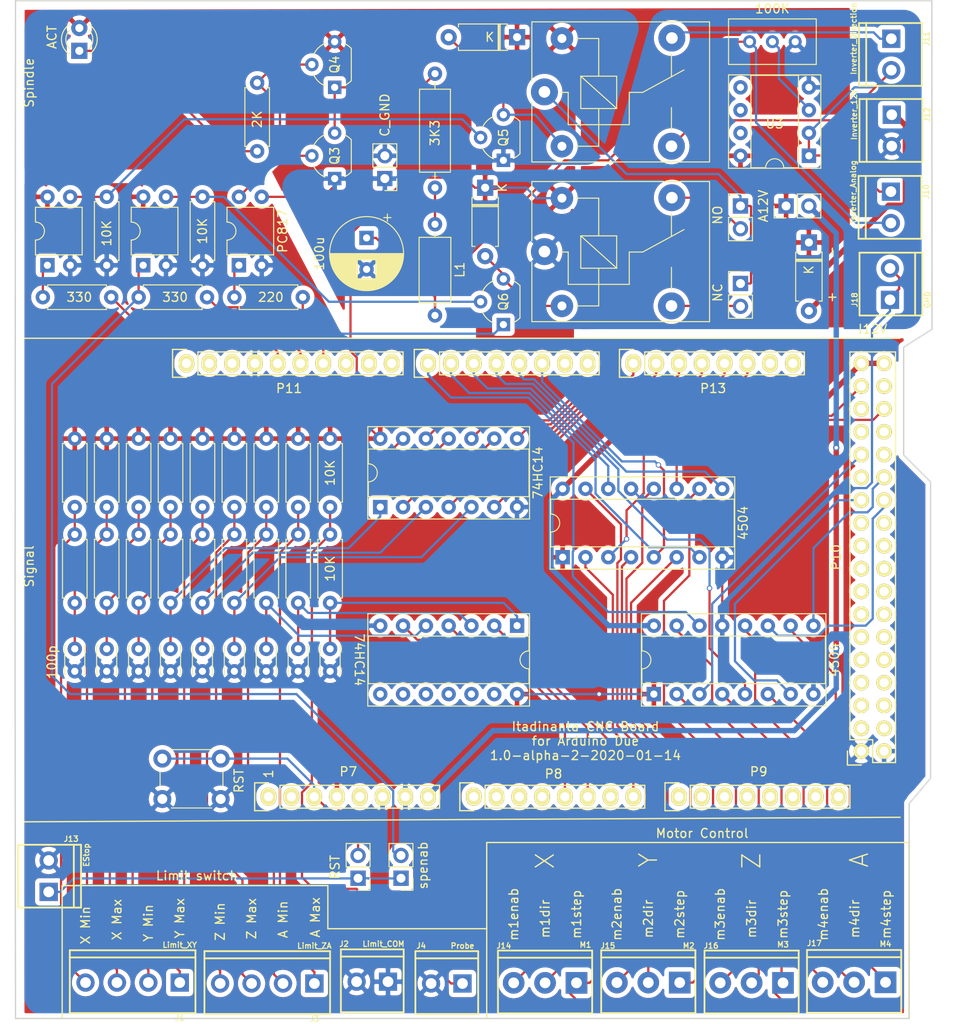
<source format=kicad_pcb>
(kicad_pcb (version 20171130) (host pcbnew "(5.1.5)-3")
  (title_block (date "mar. 31 mars 2015"))
  (layers (0 F.Cu signal) (31 B.Cu signal) (34 B.Paste user) (35 F.Paste user) (36 B.SilkS user) (37 F.SilkS user) (38 B.Mask user) (39 F.Mask user) (44 Edge.Cuts user))
  (net 0 "")
  (net 1 GND)
  (net 2 "/52(SCK)")
  (net 3 "/53(SS)")
  (net 4 "/50(MISO)")
  (net 5 "/51(MOSI)")
  (net 6 /48)
  (net 7 /49)
  (net 8 /46)
  (net 9 /47)
  (net 10 /44)
  (net 11 /45)
  (net 12 /42)
  (net 13 /43)
  (net 14 /40)
  (net 15 /41)
  (net 16 /38)
  (net 17 /39)
  (net 18 /36)
  (net 19 /37)
  (net 20 /34)
  (net 21 /35)
  (net 22 /30)
  (net 23 /29)
  (net 24 /26)
  (net 25 /27)
  (net 26 /24)
  (net 27 /23)
  (net 28 +5V)
  (net 29 /IOREF)
  (net 30 /Reset)
  (net 31 /A0)
  (net 32 /A1)
  (net 33 /A2)
  (net 34 /A3)
  (net 35 /A6)
  (net 36 /A8)
  (net 37 /A9)
  (net 38 /A10)
  (net 39 /A11)
  (net 40 /A12)
  (net 41 /A13)
  (net 42 /A14)
  (net 43 /A15)
  (net 44 /SCL)
  (net 45 /SDA)
  (net 46 /AREF)
  (net 47 "/10(**)")
  (net 48 "/9(**)")
  (net 49 "/8(**)")
  (net 50 "/20(SDA)")
  (net 51 "/21(SCL)")
  (net 52 +3V3)
  (net 53 "/1(Tx0)")
  (net 54 "/0(Rx0)")
  (net 55 Probe)
  (net 56 "Net-(P7-Pad1)")
  (net 57 m4dir)
  (net 58 m4enab)
  (net 59 m4step)
  (net 60 m3enab)
  (net 61 m2enab)
  (net 62 m1enab)
  (net 63 spenab)
  (net 64 sppwm)
  (net 65 m3dir)
  (net 66 m2dir)
  (net 67 m1dir)
  (net 68 m3step)
  (net 69 m2step)
  (net 70 m1step)
  (net 71 Xmn)
  (net 72 Xmx)
  (net 73 Ymn)
  (net 74 Ymx)
  (net 75 Zmn)
  (net 76 Zmx)
  (net 77 "Net-(C2-Pad2)")
  (net 78 "Net-(C3-Pad2)")
  (net 79 "Net-(C4-Pad2)")
  (net 80 "Net-(C5-Pad2)")
  (net 81 "Net-(C6-Pad2)")
  (net 82 "Net-(C7-Pad2)")
  (net 83 /Debounce_x6/SWZmax+)
  (net 84 /Debounce_x6/SWZmin+)
  (net 85 /Debounce_x6/SWYmax+)
  (net 86 /Debounce_x6/SWYmin+)
  (net 87 /Debounce_x6/SWXmax+)
  (net 88 /Debounce_x6/SWXmin+)
  (net 89 "Net-(C9-Pad2)")
  (net 90 /Debounce_x6/SWProbe+)
  (net 91 /Level_Shifter/hi_2_6)
  (net 92 /Level_Shifter/hi_2_5)
  (net 93 /Level_Shifter/hi_2_4)
  (net 94 /Level_Shifter/hi_2_3)
  (net 95 /Level_Shifter/hi_2_2)
  (net 96 /Level_Shifter/hi_2_1)
  (net 97 /Level_Shifter/hi_1_6)
  (net 98 /Level_Shifter/hi_1_5)
  (net 99 /Level_Shifter/hi_1_4)
  (net 100 /Level_Shifter/hi_1_3)
  (net 101 /Level_Shifter/hi_1_2)
  (net 102 /Level_Shifter/hi_1_1)
  (net 103 "Net-(P7-Pad5)")
  (net 104 /Spindle_VFD_Control/inverter_gnd)
  (net 105 "Net-(C10-Pad2)")
  (net 106 "Net-(C11-Pad2)")
  (net 107 "Net-(D3-Pad2)")
  (net 108 "Net-(D4-Pad2)")
  (net 109 /Spindle_VFD_Control/inverter_12V)
  (net 110 /Debounce_x6/SWAmax+)
  (net 111 /Debounce_x6/SWAmin+)
  (net 112 /Spindle_VFD_Control/inverter_frequency_10V)
  (net 113 /Spindle_VFD_Control/inverter_bw_switch)
  (net 114 /Spindle_VFD_Control/inverter_fw_switch)
  (net 115 "Net-(JP2-Pad2)")
  (net 116 "Net-(JP2-Pad1)")
  (net 117 "Net-(JP3-Pad2)")
  (net 118 "Net-(L1-Pad1)")
  (net 119 Amn)
  (net 120 Amx)
  (net 121 spdir)
  (net 122 "Net-(Q3-Pad3)")
  (net 123 "Net-(Q3-Pad2)")
  (net 124 "Net-(Q5-Pad2)")
  (net 125 "Net-(Q6-Pad2)")
  (net 126 "Net-(R15-Pad2)")
  (net 127 "Net-(R22-Pad2)")
  (net 128 /Spindle_VFD_Control/I_PWRSAFE)
  (net 129 "Net-(D1-Pad1)")
  (net 130 "Net-(RV1-Pad2)")
  (net 131 /Spindle_VFD_Control/inverter_frequency_raw_10V)
  (net 132 ext_12v)
  (net 133 /Spindle_VFD_Control/ext_estop)
  (net 134 "Net-(J13-Pad1)")
  (module Connectors:SCREWTERMINAL-3.5MM-3 (layer F.Cu) (at 200.054 139.79 180)
    (fp_text reference J17 (at 7.93 4.35 180) (layer F.SilkS) (effects (font (size 0.6096 0.6096) (thickness 0.127))))
    (fp_text value M4 (at 0 4.2672 180) (layer F.SilkS) (effects (font (size 0.6096 0.6096) (thickness 0.127))))
    (pad 3 thru_hole circle (at 6.9977 0 180) (size 2.413 2.413) (drill 1.19888) (layers *.Cu *.Mask) (net 93 /Level_Shifter/hi_2_4))
    (pad 2 thru_hole circle (at 3.49758 0 180) (size 2.413 2.413) (drill 1.19888) (layers *.Cu *.Mask) (net 92 /Level_Shifter/hi_2_5))
    (pad 1 thru_hole rect (at 0 0 180) (size 2.413 2.413) (drill 1.19888) (layers *.Cu *.Mask) (net 91 /Level_Shifter/hi_2_6))
  )
  (module Connectors:SCREWTERMINAL-3.5MM-3 (layer F.Cu) (at 188.634 139.85 180)
    (fp_text reference J16 (at 8.01 4.13) (layer F.SilkS) (effects (font (size 0.6096 0.6096) (thickness 0.127))))
    (fp_text value M3 (at 0 4.2672) (layer F.SilkS) (effects (font (size 0.6096 0.6096) (thickness 0.127))))
    (pad 3 thru_hole circle (at 6.9977 0 180) (size 2.413 2.413) (drill 1.19888) (layers *.Cu *.Mask) (net 96 /Level_Shifter/hi_2_1))
    (pad 2 thru_hole circle (at 3.49758 0 180) (size 2.413 2.413) (drill 1.19888) (layers *.Cu *.Mask) (net 95 /Level_Shifter/hi_2_2))
    (pad 1 thru_hole rect (at 0 0 180) (size 2.413 2.413) (drill 1.19888) (layers *.Cu *.Mask) (net 94 /Level_Shifter/hi_2_3))
  )
  (module Connectors:SCREWTERMINAL-3.5MM-3 (layer F.Cu) (at 177.124 139.82 180)
    (fp_text reference J15 (at 8 4.1) (layer F.SilkS) (effects (font (size 0.6096 0.6096) (thickness 0.127))))
    (fp_text value M2 (at -1 4.1) (layer F.SilkS) (effects (font (size 0.6096 0.6096) (thickness 0.127))))
    (pad 3 thru_hole circle (at 6.9977 0 180) (size 2.413 2.413) (drill 1.19888) (layers *.Cu *.Mask) (net 99 /Level_Shifter/hi_1_4))
    (pad 2 thru_hole circle (at 3.49758 0 180) (size 2.413 2.413) (drill 1.19888) (layers *.Cu *.Mask) (net 98 /Level_Shifter/hi_1_5))
    (pad 1 thru_hole rect (at 0 0 180) (size 2.413 2.413) (drill 1.19888) (layers *.Cu *.Mask) (net 97 /Level_Shifter/hi_1_6))
  )
  (module Connectors:SCREWTERMINAL-3.5MM-3 (layer F.Cu) (at 165.624 139.85 180)
    (fp_text reference J14 (at 8.1 4.13) (layer F.SilkS) (effects (font (size 0.6096 0.6096) (thickness 0.127))))
    (fp_text value M1 (at -1 4.23) (layer F.SilkS) (effects (font (size 0.6096 0.6096) (thickness 0.127))))
    (pad 3 thru_hole circle (at 6.9977 0 180) (size 2.413 2.413) (drill 1.19888) (layers *.Cu *.Mask) (net 102 /Level_Shifter/hi_1_1))
    (pad 2 thru_hole circle (at 3.49758 0 180) (size 2.413 2.413) (drill 1.19888) (layers *.Cu *.Mask) (net 101 /Level_Shifter/hi_1_2))
    (pad 1 thru_hole rect (at 0 0 180) (size 2.413 2.413) (drill 1.19888) (layers *.Cu *.Mask) (net 100 /Level_Shifter/hi_1_3))
  )
  (module Connectors:SCREWTERMINAL-3.5MM-2 (layer F.Cu) (at 144.624 139.72 180)
    (fp_text reference J2 (at 4.9 4.2 180) (layer F.SilkS) (effects (font (size 0.6096 0.6096) (thickness 0.127))))
    (fp_text value Limit_COM (at 0.5 4.2) (layer F.SilkS) (effects (font (size 0.6096 0.6096) (thickness 0.127))))
    (pad 2 thru_hole circle (at 3.49758 0 180) (size 2.032 2.032) (drill 1.19888) (layers *.Cu *.Mask) (net 1 GND))
    (pad 1 thru_hole rect (at 0 0 180) (size 2.032 2.032) (drill 1.19888) (layers *.Cu *.Mask) (net 1 GND))
  )
  (module Connectors:SCREWTERMINAL-3.5MM-2 (layer F.Cu) (at 200.554 63.79 90)
    (fp_text reference J18 (at 0 -3.937 270) (layer F.SilkS) (effects (font (size 0.6096 0.6096) (thickness 0.127))))
    (fp_text value GND (at 0 4.191 90) (layer F.SilkS) (effects (font (size 0.6096 0.6096) (thickness 0.127))))
    (pad 2 thru_hole circle (at 3.49758 0 90) (size 2.032 2.032) (drill 1.19888) (layers *.Cu *.Mask) (net 1 GND))
    (pad 1 thru_hole rect (at 0 0 90) (size 2.032 2.032) (drill 1.19888) (layers *.Cu *.Mask) (net 1 GND))
  )
  (module Connectors:SCREWTERMINAL-3.5MM-2 (layer F.Cu) (at 106.824 129.72 90)
    (fp_text reference J13 (at 5.9 2.5) (layer F.SilkS) (effects (font (size 0.6096 0.6096) (thickness 0.127))))
    (fp_text value EStop (at 4.1 4.2 90) (layer F.SilkS) (effects (font (size 0.6096 0.6096) (thickness 0.127))))
    (pad 2 thru_hole circle (at 3.49758 0 90) (size 2.032 2.032) (drill 1.19888) (layers *.Cu *.Mask) (net 1 GND))
    (pad 1 thru_hole rect (at 0 0 90) (size 2.032 2.032) (drill 1.19888) (layers *.Cu *.Mask) (net 134 "Net-(J13-Pad1)"))
  )
  (module Connectors:SCREWTERMINAL-3.5MM-2 (layer F.Cu) (at 200.749 43.18 270)
    (fp_text reference J12 (at 0 -3.937 270) (layer F.SilkS) (effects (font (size 0.6096 0.6096) (thickness 0.127))))
    (fp_text value Inverter_12V (at 0 4.191 90) (layer F.SilkS) (effects (font (size 0.6096 0.6096) (thickness 0.127))))
    (pad 2 thru_hole circle (at 3.49758 0 270) (size 2.032 2.032) (drill 1.19888) (layers *.Cu *.Mask) (net 104 /Spindle_VFD_Control/inverter_gnd))
    (pad 1 thru_hole rect (at 0 0 270) (size 2.032 2.032) (drill 1.19888) (layers *.Cu *.Mask) (net 109 /Spindle_VFD_Control/inverter_12V))
  )
  (module Connectors:SCREWTERMINAL-3.5MM-2 (layer F.Cu) (at 200.699 34.72 270)
    (fp_text reference J11 (at 0 -3.937 270) (layer F.SilkS) (effects (font (size 0.6096 0.6096) (thickness 0.127))))
    (fp_text value Inverter_Direction (at 0 4.191 90) (layer F.SilkS) (effects (font (size 0.6096 0.6096) (thickness 0.127))))
    (pad 2 thru_hole circle (at 3.49758 0 270) (size 2.032 2.032) (drill 1.19888) (layers *.Cu *.Mask) (net 113 /Spindle_VFD_Control/inverter_bw_switch))
    (pad 1 thru_hole rect (at 0 0 270) (size 2.032 2.032) (drill 1.19888) (layers *.Cu *.Mask) (net 114 /Spindle_VFD_Control/inverter_fw_switch))
  )
  (module Connectors:SCREWTERMINAL-3.5MM-2 (layer F.Cu) (at 200.649 51.745 270)
    (fp_text reference J10 (at 0 -3.937 270) (layer F.SilkS) (effects (font (size 0.6096 0.6096) (thickness 0.127))))
    (fp_text value Inverter_Analog (at 0 4.191 90) (layer F.SilkS) (effects (font (size 0.6096 0.6096) (thickness 0.127))))
    (pad 2 thru_hole circle (at 3.49758 0 270) (size 2.032 2.032) (drill 1.19888) (layers *.Cu *.Mask) (net 131 /Spindle_VFD_Control/inverter_frequency_raw_10V))
    (pad 1 thru_hole rect (at 0 0 270) (size 2.032 2.032) (drill 1.19888) (layers *.Cu *.Mask) (net 112 /Spindle_VFD_Control/inverter_frequency_10V))
  )
  (module Connectors:SCREWTERMINAL-3.5MM-2 (layer F.Cu) (at 152.924 139.92 180)
    (fp_text reference J4 (at 4.6 4.2 180) (layer F.SilkS) (effects (font (size 0.6096 0.6096) (thickness 0.127))))
    (fp_text value Probe (at 0 4.191) (layer F.SilkS) (effects (font (size 0.6096 0.6096) (thickness 0.127))))
    (pad 2 thru_hole circle (at 3.49758 0 180) (size 2.032 2.032) (drill 1.19888) (layers *.Cu *.Mask) (net 1 GND))
    (pad 1 thru_hole rect (at 0 0 180) (size 2.032 2.032) (drill 1.19888) (layers *.Cu *.Mask) (net 90 /Debounce_x6/SWProbe+))
  )
  (module Connectors:SCREWTERMINAL-3.5MM-4 (layer F.Cu) (at 136.424 139.92 180)
    (fp_text reference J3 (at 0 -3.937) (layer F.SilkS) (effects (font (size 0.6096 0.6096) (thickness 0.127))))
    (fp_text value Limit_ZA (at 0 4.191) (layer F.SilkS) (effects (font (size 0.6096 0.6096) (thickness 0.127))))
    (pad 4 thru_hole circle (at 10.49782 0 180) (size 2.032 2.032) (drill 1.19888) (layers *.Cu *.Mask) (net 84 /Debounce_x6/SWZmin+))
    (pad 3 thru_hole circle (at 6.9977 0 180) (size 2.032 2.032) (drill 1.19888) (layers *.Cu *.Mask) (net 83 /Debounce_x6/SWZmax+))
    (pad 2 thru_hole circle (at 3.49758 0 180) (size 2.032 2.032) (drill 1.19888) (layers *.Cu *.Mask) (net 111 /Debounce_x6/SWAmin+))
    (pad 1 thru_hole rect (at 0 0 180) (size 2.032 2.032) (drill 1.19888) (layers *.Cu *.Mask) (net 110 /Debounce_x6/SWAmax+))
  )
  (module Connectors:SCREWTERMINAL-3.5MM-4 (layer F.Cu) (at 121.424 139.82 180)
    (fp_text reference J1 (at 0 -3.937) (layer F.SilkS) (effects (font (size 0.6096 0.6096) (thickness 0.127))))
    (fp_text value Limit_XY (at 0 4.191) (layer F.SilkS) (effects (font (size 0.6096 0.6096) (thickness 0.127))))
    (pad 4 thru_hole circle (at 10.49782 0 180) (size 2.032 2.032) (drill 1.19888) (layers *.Cu *.Mask) (net 88 /Debounce_x6/SWXmin+))
    (pad 3 thru_hole circle (at 6.9977 0 180) (size 2.032 2.032) (drill 1.19888) (layers *.Cu *.Mask) (net 87 /Debounce_x6/SWXmax+))
    (pad 2 thru_hole circle (at 3.49758 0 180) (size 2.032 2.032) (drill 1.19888) (layers *.Cu *.Mask) (net 86 /Debounce_x6/SWYmin+))
    (pad 1 thru_hole rect (at 0 0 180) (size 2.032 2.032) (drill 1.19888) (layers *.Cu *.Mask) (net 85 /Debounce_x6/SWYmax+))
  )
  (module Connector_PinHeader_2.54mm:PinHeader_1x02_P2.54mm_Vertical (layer F.Cu) (at 146.072 128.204 180)
    (fp_text reference JP6 hide)
    (fp_text value EStop_spenab)
    (pad 2 thru_hole oval (at 0 2.54 180) (size 1.7 1.7) (drill 1) (layers *.Cu *.Mask) (net 133 /Spindle_VFD_Control/ext_estop))
    (pad 1 thru_hole rect (at 0 0 180) (size 1.7 1.7) (drill 1) (layers *.Cu *.Mask) (net 134 "Net-(J13-Pad1)"))
  )
  (module Connector_PinHeader_2.54mm:PinHeader_1x02_P2.54mm_Vertical (layer F.Cu) (at 141.292 128.204 180)
    (fp_text reference JP5 hide)
    (fp_text value EStop_RST)
    (pad 2 thru_hole oval (at 0 2.54 180) (size 1.7 1.7) (drill 1) (layers *.Cu *.Mask) (net 30 /Reset))
    (pad 1 thru_hole rect (at 0 0 180) (size 1.7 1.7) (drill 1) (layers *.Cu *.Mask) (net 134 "Net-(J13-Pad1)"))
  )
  (module Connector_PinHeader_2.54mm:PinHeader_1x02_P2.54mm_Vertical (layer F.Cu) (at 188.976 53.34 90)
    (fp_text reference JP4 hide)
    (fp_text value Jumper_NC_Small)
    (pad 2 thru_hole oval (at 0 2.54 90) (size 1.7 1.7) (drill 1) (layers *.Cu *.Mask) (net 132 ext_12v))
    (pad 1 thru_hole rect (at 0 0 90) (size 1.7 1.7) (drill 1) (layers *.Cu *.Mask) (net 128 /Spindle_VFD_Control/I_PWRSAFE))
  )
  (module Package_TO_SOT_THT:TO-92_Wide (layer F.Cu) (at 157.48 66.548 90)
    (fp_text reference Q6 (at 2.55 0 90) (layer F.SilkS))
    (fp_text value 2N7000)
    (pad 1 thru_hole rect (at 0 0 180) (size 1.5 1.5) (drill 0.8) (layers *.Cu *.Mask) (net 1 GND))
    (pad 3 thru_hole circle (at 5.08 0 180) (size 1.5 1.5) (drill 0.8) (layers *.Cu *.Mask) (net 108 "Net-(D4-Pad2)"))
    (pad 2 thru_hole circle (at 2.54 -2.54 180) (size 1.5 1.5) (drill 0.8) (layers *.Cu *.Mask) (net 125 "Net-(Q6-Pad2)"))
  )
  (module Package_TO_SOT_THT:TO-92_Wide (layer F.Cu) (at 157.48 48.26 90)
    (fp_text reference Q5 (at 2.54 0 90) (layer F.SilkS))
    (fp_text value 2N7000)
    (pad 1 thru_hole rect (at 0 0 180) (size 1.5 1.5) (drill 0.8) (layers *.Cu *.Mask) (net 1 GND))
    (pad 3 thru_hole circle (at 5.08 0 180) (size 1.5 1.5) (drill 0.8) (layers *.Cu *.Mask) (net 107 "Net-(D3-Pad2)"))
    (pad 2 thru_hole circle (at 2.54 -2.54 180) (size 1.5 1.5) (drill 0.8) (layers *.Cu *.Mask) (net 124 "Net-(Q5-Pad2)"))
  )
  (module Package_TO_SOT_THT:TO-92_Wide (layer F.Cu) (at 138.684 40.132 90)
    (fp_text reference Q4 (at 2.54 0 90) (layer F.SilkS))
    (fp_text value BS250)
    (pad 1 thru_hole rect (at 0 0 180) (size 1.5 1.5) (drill 0.8) (layers *.Cu *.Mask) (net 122 "Net-(Q3-Pad3)"))
    (pad 3 thru_hole circle (at 5.08 0 180) (size 1.5 1.5) (drill 0.8) (layers *.Cu *.Mask) (net 128 /Spindle_VFD_Control/I_PWRSAFE))
    (pad 2 thru_hole circle (at 2.54 -2.54 180) (size 1.5 1.5) (drill 0.8) (layers *.Cu *.Mask) (net 123 "Net-(Q3-Pad2)"))
  )
  (module Package_TO_SOT_THT:TO-92_Wide (layer F.Cu) (at 138.684 50.292 90)
    (fp_text reference Q3 (at 2.54 0 90) (layer F.SilkS))
    (fp_text value 2N7000)
    (pad 1 thru_hole rect (at 0 0 180) (size 1.5 1.5) (drill 0.8) (layers *.Cu *.Mask) (net 104 /Spindle_VFD_Control/inverter_gnd))
    (pad 3 thru_hole circle (at 5.08 0 180) (size 1.5 1.5) (drill 0.8) (layers *.Cu *.Mask) (net 122 "Net-(Q3-Pad3)"))
    (pad 2 thru_hole circle (at 2.54 -2.54 180) (size 1.5 1.5) (drill 0.8) (layers *.Cu *.Mask) (net 123 "Net-(Q3-Pad2)"))
  )
  (module Connector_PinHeader_2.54mm:PinHeader_1x02_P2.54mm_Vertical (layer F.Cu) (at 144.272 50.292 180)
    (fp_text reference JP1 hide)
    (fp_text value Jumper_NC_Small)
    (pad 2 thru_hole oval (at 0 2.54 180) (size 1.7 1.7) (drill 1) (layers *.Cu *.Mask) (net 1 GND))
    (pad 1 thru_hole rect (at 0 0 180) (size 1.7 1.7) (drill 1) (layers *.Cu *.Mask) (net 104 /Spindle_VFD_Control/inverter_gnd))
  )
  (module Package_DIP:DIP-8_W7.62mm_Socket (layer F.Cu) (at 191.516 47.752 180)
    (fp_text reference U3 (at 3.81 3.556) (layer F.SilkS))
    (fp_text value LM358)
    (pad 8 thru_hole oval (at 7.62 0 180) (size 1.6 1.6) (drill 0.8) (layers *.Cu *.Mask) (net 128 /Spindle_VFD_Control/I_PWRSAFE))
    (pad 4 thru_hole oval (at 0 7.62 180) (size 1.6 1.6) (drill 0.8) (layers *.Cu *.Mask) (net 104 /Spindle_VFD_Control/inverter_gnd))
    (pad 7 thru_hole oval (at 7.62 2.54 180) (size 1.6 1.6) (drill 0.8) (layers *.Cu *.Mask))
    (pad 3 thru_hole oval (at 0 5.08 180) (size 1.6 1.6) (drill 0.8) (layers *.Cu *.Mask) (net 130 "Net-(RV1-Pad2)"))
    (pad 6 thru_hole oval (at 7.62 5.08 180) (size 1.6 1.6) (drill 0.8) (layers *.Cu *.Mask))
    (pad 2 thru_hole oval (at 0 2.54 180) (size 1.6 1.6) (drill 0.8) (layers *.Cu *.Mask) (net 112 /Spindle_VFD_Control/inverter_frequency_10V))
    (pad 5 thru_hole oval (at 7.62 7.62 180) (size 1.6 1.6) (drill 0.8) (layers *.Cu *.Mask))
    (pad 1 thru_hole rect (at 0 0 180) (size 1.6 1.6) (drill 0.8) (layers *.Cu *.Mask) (net 112 /Spindle_VFD_Control/inverter_frequency_10V))
  )
  (module LED_THT:LED_D3.0mm (layer F.Cu) (at 110.236 36.068 90)
    (fp_text reference D1 hide)
    (fp_text value LED)
    (pad 2 thru_hole circle (at 2.54 0 90) (size 1.8 1.8) (drill 0.9) (layers *.Cu *.Mask) (net 128 /Spindle_VFD_Control/I_PWRSAFE))
    (pad 1 thru_hole rect (at 0 0 90) (size 1.8 1.8) (drill 0.9) (layers *.Cu *.Mask) (net 129 "Net-(D1-Pad1)"))
  )
  (module Relay_THT:Relay_SPDT_SANYOU_SRD_Series_Form_C (layer F.Cu) (at 162.052 58.42)
    (fp_text reference K2 hide)
    (fp_text value JQC-3F)
    (pad 1 thru_hole circle (at 0 0 90) (size 3 3) (drill 1.3) (layers *.Cu *.Mask) (net 104 /Spindle_VFD_Control/inverter_gnd))
    (pad 5 thru_hole circle (at 1.95 -5.95 90) (size 2.5 2.5) (drill 1) (layers *.Cu *.Mask) (net 52 +3V3))
    (pad 4 thru_hole circle (at 14.2 -6 90) (size 3 3) (drill 1.3) (layers *.Cu *.Mask) (net 117 "Net-(JP3-Pad2)"))
    (pad 3 thru_hole circle (at 14.15 6.05 90) (size 3 3) (drill 1.3) (layers *.Cu *.Mask) (net 115 "Net-(JP2-Pad2)"))
    (pad 2 thru_hole circle (at 1.95 6.05 90) (size 2.5 2.5) (drill 1) (layers *.Cu *.Mask) (net 108 "Net-(D4-Pad2)"))
  )
  (module Capacitor_THT:CP_Radial_D8.0mm_P3.50mm (layer F.Cu) (at 142.24 56.896 270)
    (fp_text reference C8 hide)
    (fp_text value 100u (at 1.75 5.25 90) (layer F.SilkS))
    (pad 2 thru_hole circle (at 3.5 0 270) (size 1.6 1.6) (drill 0.8) (layers *.Cu *.Mask) (net 104 /Spindle_VFD_Control/inverter_gnd))
    (pad 1 thru_hole rect (at 0 0 270) (size 1.6 1.6) (drill 0.8) (layers *.Cu *.Mask) (net 131 /Spindle_VFD_Control/inverter_frequency_raw_10V))
  )
  (module Package_DIP:DIP-4_W7.62mm (layer F.Cu) (at 117.348 59.944 90)
    (fp_text reference U9 hide)
    (fp_text value PC817)
    (pad 4 thru_hole oval (at 7.62 0 90) (size 1.6 1.6) (drill 0.8) (layers *.Cu *.Mask) (net 52 +3V3))
    (pad 2 thru_hole oval (at 0 2.54 90) (size 1.6 1.6) (drill 0.8) (layers *.Cu *.Mask) (net 1 GND))
    (pad 3 thru_hole oval (at 7.62 2.54 90) (size 1.6 1.6) (drill 0.8) (layers *.Cu *.Mask) (net 125 "Net-(Q6-Pad2)"))
    (pad 1 thru_hole rect (at 0 0 90) (size 1.6 1.6) (drill 0.8) (layers *.Cu *.Mask) (net 133 /Spindle_VFD_Control/ext_estop))
  )
  (module Package_DIP:DIP-4_W7.62mm (layer F.Cu) (at 106.68 59.944 90)
    (fp_text reference U8 hide)
    (fp_text value PC817)
    (pad 4 thru_hole oval (at 7.62 0 90) (size 1.6 1.6) (drill 0.8) (layers *.Cu *.Mask) (net 52 +3V3))
    (pad 2 thru_hole oval (at 0 2.54 90) (size 1.6 1.6) (drill 0.8) (layers *.Cu *.Mask) (net 1 GND))
    (pad 3 thru_hole oval (at 7.62 2.54 90) (size 1.6 1.6) (drill 0.8) (layers *.Cu *.Mask) (net 124 "Net-(Q5-Pad2)"))
    (pad 1 thru_hole rect (at 0 0 90) (size 1.6 1.6) (drill 0.8) (layers *.Cu *.Mask) (net 127 "Net-(R22-Pad2)"))
  )
  (module Package_DIP:DIP-4_W7.62mm (layer F.Cu) (at 128.016 59.944 90)
    (fp_text reference U7 hide)
    (fp_text value PC817 (at 3.81 4.87 90) (layer F.SilkS))
    (pad 4 thru_hole oval (at 7.62 0 90) (size 1.6 1.6) (drill 0.8) (layers *.Cu *.Mask) (net 123 "Net-(Q3-Pad2)"))
    (pad 2 thru_hole oval (at 0 2.54 90) (size 1.6 1.6) (drill 0.8) (layers *.Cu *.Mask) (net 1 GND))
    (pad 3 thru_hole oval (at 7.62 2.54 90) (size 1.6 1.6) (drill 0.8) (layers *.Cu *.Mask) (net 104 /Spindle_VFD_Control/inverter_gnd))
    (pad 1 thru_hole rect (at 0 0 90) (size 1.6 1.6) (drill 0.8) (layers *.Cu *.Mask) (net 126 "Net-(R15-Pad2)"))
  )
  (module Potentiometer_THT:Potentiometer_Bourns_3296W_Vertical (layer F.Cu) (at 184.912 35.052 180)
    (fp_text reference RV1 hide)
    (fp_text value 100K (at -2.54 3.67) (layer F.SilkS))
    (pad 3 thru_hole circle (at -5.08 0 180) (size 1.44 1.44) (drill 0.8) (layers *.Cu *.Mask) (net 104 /Spindle_VFD_Control/inverter_gnd))
    (pad 2 thru_hole circle (at -2.54 0 180) (size 1.44 1.44) (drill 0.8) (layers *.Cu *.Mask) (net 130 "Net-(RV1-Pad2)"))
    (pad 1 thru_hole circle (at 0 0 180) (size 1.44 1.44) (drill 0.8) (layers *.Cu *.Mask) (net 131 /Spindle_VFD_Control/inverter_frequency_raw_10V))
  )
  (module Resistor_THT:R_Axial_DIN0207_L6.3mm_D2.5mm_P7.62mm_Horizontal (layer F.Cu) (at 131.064 97.536 90)
    (fp_text reference R30 hide)
    (fp_text value 10K)
    (pad 2 thru_hole oval (at 7.62 0 90) (size 1.6 1.6) (drill 0.8) (layers *.Cu *.Mask) (net 111 /Debounce_x6/SWAmin+))
    (pad 1 thru_hole circle (at 0 0 90) (size 1.6 1.6) (drill 0.8) (layers *.Cu *.Mask) (net 106 "Net-(C11-Pad2)"))
  )
  (module Resistor_THT:R_Axial_DIN0207_L6.3mm_D2.5mm_P7.62mm_Horizontal (layer F.Cu) (at 131.064 86.868 90)
    (fp_text reference R29 hide)
    (fp_text value 10K)
    (pad 2 thru_hole oval (at 7.62 0 90) (size 1.6 1.6) (drill 0.8) (layers *.Cu *.Mask) (net 52 +3V3))
    (pad 1 thru_hole circle (at 0 0 90) (size 1.6 1.6) (drill 0.8) (layers *.Cu *.Mask) (net 111 /Debounce_x6/SWAmin+))
  )
  (module Resistor_THT:R_Axial_DIN0207_L6.3mm_D2.5mm_P7.62mm_Horizontal (layer F.Cu) (at 134.62 97.536 90)
    (fp_text reference R28 hide)
    (fp_text value 10K)
    (pad 2 thru_hole oval (at 7.62 0 90) (size 1.6 1.6) (drill 0.8) (layers *.Cu *.Mask) (net 110 /Debounce_x6/SWAmax+))
    (pad 1 thru_hole circle (at 0 0 90) (size 1.6 1.6) (drill 0.8) (layers *.Cu *.Mask) (net 105 "Net-(C10-Pad2)"))
  )
  (module Resistor_THT:R_Axial_DIN0207_L6.3mm_D2.5mm_P7.62mm_Horizontal (layer F.Cu) (at 134.62 86.868 90)
    (fp_text reference R27 hide)
    (fp_text value 10K)
    (pad 2 thru_hole oval (at 7.62 0 90) (size 1.6 1.6) (drill 0.8) (layers *.Cu *.Mask) (net 52 +3V3))
    (pad 1 thru_hole circle (at 0 0 90) (size 1.6 1.6) (drill 0.8) (layers *.Cu *.Mask) (net 110 /Debounce_x6/SWAmax+))
  )
  (module Resistor_THT:R_Axial_DIN0207_L6.3mm_D2.5mm_P7.62mm_Horizontal (layer F.Cu) (at 123.952 52.324 270)
    (fp_text reference R26 hide)
    (fp_text value 10K (at 3.81 0 90) (layer F.SilkS))
    (pad 2 thru_hole oval (at 7.62 0 270) (size 1.6 1.6) (drill 0.8) (layers *.Cu *.Mask) (net 1 GND))
    (pad 1 thru_hole circle (at 0 0 270) (size 1.6 1.6) (drill 0.8) (layers *.Cu *.Mask) (net 125 "Net-(Q6-Pad2)"))
  )
  (module Resistor_THT:R_Axial_DIN0207_L6.3mm_D2.5mm_P7.62mm_Horizontal (layer F.Cu) (at 113.284 52.324 270)
    (fp_text reference R25 hide)
    (fp_text value 10K (at 4.064 0 90) (layer F.SilkS))
    (pad 2 thru_hole oval (at 7.62 0 270) (size 1.6 1.6) (drill 0.8) (layers *.Cu *.Mask) (net 1 GND))
    (pad 1 thru_hole circle (at 0 0 270) (size 1.6 1.6) (drill 0.8) (layers *.Cu *.Mask) (net 124 "Net-(Q5-Pad2)"))
  )
  (module Resistor_THT:R_Axial_DIN0207_L6.3mm_D2.5mm_P7.62mm_Horizontal (layer F.Cu) (at 124.46 63.5 180)
    (fp_text reference R24 hide)
    (fp_text value 330 (at 3.556 0) (layer F.SilkS))
    (pad 2 thru_hole oval (at 7.62 0 180) (size 1.6 1.6) (drill 0.8) (layers *.Cu *.Mask) (net 133 /Spindle_VFD_Control/ext_estop))
    (pad 1 thru_hole circle (at 0 0 180) (size 1.6 1.6) (drill 0.8) (layers *.Cu *.Mask) (net 63 spenab))
  )
  (module Resistor_THT:R_Axial_DIN0309_L9.0mm_D3.2mm_P12.70mm_Horizontal (layer F.Cu) (at 149.86 38.608 270)
    (fp_text reference R23 hide)
    (fp_text value 3K3 (at 6.604 0 90) (layer F.SilkS))
    (pad 2 thru_hole oval (at 12.7 0 270) (size 1.6 1.6) (drill 0.8) (layers *.Cu *.Mask) (net 118 "Net-(L1-Pad1)"))
    (pad 1 thru_hole circle (at 0 0 270) (size 1.6 1.6) (drill 0.8) (layers *.Cu *.Mask) (net 122 "Net-(Q3-Pad3)"))
  )
  (module Resistor_THT:R_Axial_DIN0207_L6.3mm_D2.5mm_P7.62mm_Horizontal (layer F.Cu) (at 113.792 63.5 180)
    (fp_text reference R22 hide)
    (fp_text value 330 (at 3.556 0) (layer F.SilkS))
    (pad 2 thru_hole oval (at 7.62 0 180) (size 1.6 1.6) (drill 0.8) (layers *.Cu *.Mask) (net 127 "Net-(R22-Pad2)"))
    (pad 1 thru_hole circle (at 0 0 180) (size 1.6 1.6) (drill 0.8) (layers *.Cu *.Mask) (net 121 spdir))
  )
  (module Resistor_THT:R_Axial_DIN0207_L6.3mm_D2.5mm_P7.62mm_Horizontal (layer F.Cu) (at 130.048 47.244 90)
    (fp_text reference R21 hide)
    (fp_text value 2K (at 3.556 0 90) (layer F.SilkS))
    (pad 2 thru_hole oval (at 7.62 0 90) (size 1.6 1.6) (drill 0.8) (layers *.Cu *.Mask) (net 123 "Net-(Q3-Pad2)"))
    (pad 1 thru_hole circle (at 0 0 90) (size 1.6 1.6) (drill 0.8) (layers *.Cu *.Mask) (net 129 "Net-(D1-Pad1)"))
  )
  (module Resistor_THT:R_Axial_DIN0207_L6.3mm_D2.5mm_P7.62mm_Horizontal (layer F.Cu) (at 138.176 97.536 90)
    (fp_text reference R20 hide)
    (fp_text value 10K (at 3.81 0 90) (layer F.SilkS))
    (pad 2 thru_hole oval (at 7.62 0 90) (size 1.6 1.6) (drill 0.8) (layers *.Cu *.Mask) (net 90 /Debounce_x6/SWProbe+))
    (pad 1 thru_hole circle (at 0 0 90) (size 1.6 1.6) (drill 0.8) (layers *.Cu *.Mask) (net 89 "Net-(C9-Pad2)"))
  )
  (module Resistor_THT:R_Axial_DIN0207_L6.3mm_D2.5mm_P7.62mm_Horizontal (layer F.Cu) (at 138.176 86.868 90)
    (fp_text reference R19 hide)
    (fp_text value 10K (at 3.81 0 90) (layer F.SilkS))
    (pad 2 thru_hole oval (at 7.62 0 90) (size 1.6 1.6) (drill 0.8) (layers *.Cu *.Mask) (net 52 +3V3))
    (pad 1 thru_hole circle (at 0 0 90) (size 1.6 1.6) (drill 0.8) (layers *.Cu *.Mask) (net 90 /Debounce_x6/SWProbe+))
  )
  (module Resistor_THT:R_Axial_DIN0207_L6.3mm_D2.5mm_P7.62mm_Horizontal (layer F.Cu) (at 135.128 63.5 180)
    (fp_text reference R15 hide)
    (fp_text value 220 (at 3.556 0) (layer F.SilkS))
    (pad 2 thru_hole oval (at 7.62 0 180) (size 1.6 1.6) (drill 0.8) (layers *.Cu *.Mask) (net 126 "Net-(R15-Pad2)"))
    (pad 1 thru_hole circle (at 0 0 180) (size 1.6 1.6) (drill 0.8) (layers *.Cu *.Mask) (net 64 sppwm))
  )
  (module Resistor_THT:R_Axial_DIN0207_L6.3mm_D2.5mm_P7.62mm_Horizontal (layer F.Cu) (at 109.728 97.536 90)
    (fp_text reference R14 hide)
    (fp_text value 10K)
    (pad 2 thru_hole oval (at 7.62 0 90) (size 1.6 1.6) (drill 0.8) (layers *.Cu *.Mask) (net 88 /Debounce_x6/SWXmin+))
    (pad 1 thru_hole circle (at 0 0 90) (size 1.6 1.6) (drill 0.8) (layers *.Cu *.Mask) (net 82 "Net-(C7-Pad2)"))
  )
  (module Resistor_THT:R_Axial_DIN0207_L6.3mm_D2.5mm_P7.62mm_Horizontal (layer F.Cu) (at 109.728 86.868 90)
    (fp_text reference R13 hide)
    (fp_text value 10K)
    (pad 2 thru_hole oval (at 7.62 0 90) (size 1.6 1.6) (drill 0.8) (layers *.Cu *.Mask) (net 52 +3V3))
    (pad 1 thru_hole circle (at 0 0 90) (size 1.6 1.6) (drill 0.8) (layers *.Cu *.Mask) (net 88 /Debounce_x6/SWXmin+))
  )
  (module Resistor_THT:R_Axial_DIN0207_L6.3mm_D2.5mm_P7.62mm_Horizontal (layer F.Cu) (at 113.284 97.536 90)
    (fp_text reference R12 hide)
    (fp_text value 10K)
    (pad 2 thru_hole oval (at 7.62 0 90) (size 1.6 1.6) (drill 0.8) (layers *.Cu *.Mask) (net 87 /Debounce_x6/SWXmax+))
    (pad 1 thru_hole circle (at 0 0 90) (size 1.6 1.6) (drill 0.8) (layers *.Cu *.Mask) (net 81 "Net-(C6-Pad2)"))
  )
  (module Resistor_THT:R_Axial_DIN0207_L6.3mm_D2.5mm_P7.62mm_Horizontal (layer F.Cu) (at 113.284 86.868 90)
    (fp_text reference R11 hide)
    (fp_text value 10K)
    (pad 2 thru_hole oval (at 7.62 0 90) (size 1.6 1.6) (drill 0.8) (layers *.Cu *.Mask) (net 52 +3V3))
    (pad 1 thru_hole circle (at 0 0 90) (size 1.6 1.6) (drill 0.8) (layers *.Cu *.Mask) (net 87 /Debounce_x6/SWXmax+))
  )
  (module Resistor_THT:R_Axial_DIN0207_L6.3mm_D2.5mm_P7.62mm_Horizontal (layer F.Cu) (at 116.84 97.536 90)
    (fp_text reference R10 hide)
    (fp_text value 10K)
    (pad 2 thru_hole oval (at 7.62 0 90) (size 1.6 1.6) (drill 0.8) (layers *.Cu *.Mask) (net 86 /Debounce_x6/SWYmin+))
    (pad 1 thru_hole circle (at 0 0 90) (size 1.6 1.6) (drill 0.8) (layers *.Cu *.Mask) (net 80 "Net-(C5-Pad2)"))
  )
  (module Resistor_THT:R_Axial_DIN0207_L6.3mm_D2.5mm_P7.62mm_Horizontal (layer F.Cu) (at 116.84 86.868 90)
    (fp_text reference R9 hide)
    (fp_text value 10K)
    (pad 2 thru_hole oval (at 7.62 0 90) (size 1.6 1.6) (drill 0.8) (layers *.Cu *.Mask) (net 52 +3V3))
    (pad 1 thru_hole circle (at 0 0 90) (size 1.6 1.6) (drill 0.8) (layers *.Cu *.Mask) (net 86 /Debounce_x6/SWYmin+))
  )
  (module Resistor_THT:R_Axial_DIN0207_L6.3mm_D2.5mm_P7.62mm_Horizontal (layer F.Cu) (at 120.396 97.536 90)
    (fp_text reference R8 hide)
    (fp_text value 10K)
    (pad 2 thru_hole oval (at 7.62 0 90) (size 1.6 1.6) (drill 0.8) (layers *.Cu *.Mask) (net 85 /Debounce_x6/SWYmax+))
    (pad 1 thru_hole circle (at 0 0 90) (size 1.6 1.6) (drill 0.8) (layers *.Cu *.Mask) (net 79 "Net-(C4-Pad2)"))
  )
  (module Resistor_THT:R_Axial_DIN0207_L6.3mm_D2.5mm_P7.62mm_Horizontal (layer F.Cu) (at 120.396 86.868 90)
    (fp_text reference R7 hide)
    (fp_text value 10K)
    (pad 2 thru_hole oval (at 7.62 0 90) (size 1.6 1.6) (drill 0.8) (layers *.Cu *.Mask) (net 52 +3V3))
    (pad 1 thru_hole circle (at 0 0 90) (size 1.6 1.6) (drill 0.8) (layers *.Cu *.Mask) (net 85 /Debounce_x6/SWYmax+))
  )
  (module Resistor_THT:R_Axial_DIN0207_L6.3mm_D2.5mm_P7.62mm_Horizontal (layer F.Cu) (at 123.952 97.536 90)
    (fp_text reference R6 hide)
    (fp_text value 10K)
    (pad 2 thru_hole oval (at 7.62 0 90) (size 1.6 1.6) (drill 0.8) (layers *.Cu *.Mask) (net 84 /Debounce_x6/SWZmin+))
    (pad 1 thru_hole circle (at 0 0 90) (size 1.6 1.6) (drill 0.8) (layers *.Cu *.Mask) (net 78 "Net-(C3-Pad2)"))
  )
  (module Resistor_THT:R_Axial_DIN0207_L6.3mm_D2.5mm_P7.62mm_Horizontal (layer F.Cu) (at 123.952 86.868 90)
    (fp_text reference R5 hide)
    (fp_text value 10K)
    (pad 2 thru_hole oval (at 7.62 0 90) (size 1.6 1.6) (drill 0.8) (layers *.Cu *.Mask) (net 52 +3V3))
    (pad 1 thru_hole circle (at 0 0 90) (size 1.6 1.6) (drill 0.8) (layers *.Cu *.Mask) (net 84 /Debounce_x6/SWZmin+))
  )
  (module Resistor_THT:R_Axial_DIN0207_L6.3mm_D2.5mm_P7.62mm_Horizontal (layer F.Cu) (at 127.508 97.536 90)
    (fp_text reference R4 hide)
    (fp_text value 10K)
    (pad 2 thru_hole oval (at 7.62 0 90) (size 1.6 1.6) (drill 0.8) (layers *.Cu *.Mask) (net 83 /Debounce_x6/SWZmax+))
    (pad 1 thru_hole circle (at 0 0 90) (size 1.6 1.6) (drill 0.8) (layers *.Cu *.Mask) (net 77 "Net-(C2-Pad2)"))
  )
  (module Resistor_THT:R_Axial_DIN0207_L6.3mm_D2.5mm_P7.62mm_Horizontal (layer F.Cu) (at 127.508 86.868 90)
    (fp_text reference R3 hide)
    (fp_text value 10K)
    (pad 2 thru_hole oval (at 7.62 0 90) (size 1.6 1.6) (drill 0.8) (layers *.Cu *.Mask) (net 52 +3V3))
    (pad 1 thru_hole circle (at 0 0 90) (size 1.6 1.6) (drill 0.8) (layers *.Cu *.Mask) (net 83 /Debounce_x6/SWZmax+))
  )
  (module Inductor_THT:L_Axial_L7.0mm_D3.3mm_P10.16mm_Horizontal_Fastron_MICC (layer F.Cu) (at 149.86 55.372 270)
    (fp_text reference L1 (at 5.08 -2.77 90) (layer F.SilkS))
    (fp_text value 1m)
    (pad 2 thru_hole oval (at 10.16 0 270) (size 1.6 1.6) (drill 0.8) (layers *.Cu *.Mask) (net 131 /Spindle_VFD_Control/inverter_frequency_raw_10V))
    (pad 1 thru_hole circle (at 0 0 270) (size 1.6 1.6) (drill 0.8) (layers *.Cu *.Mask) (net 118 "Net-(L1-Pad1)"))
  )
  (module Relay_THT:Relay_SPDT_SANYOU_SRD_Series_Form_C (layer F.Cu) (at 162.052 40.64)
    (fp_text reference K3 hide)
    (fp_text value JQC-3F)
    (pad 1 thru_hole circle (at 0 0 90) (size 3 3) (drill 1.3) (layers *.Cu *.Mask) (net 116 "Net-(JP2-Pad1)"))
    (pad 5 thru_hole circle (at 1.95 -5.95 90) (size 2.5 2.5) (drill 1) (layers *.Cu *.Mask) (net 52 +3V3))
    (pad 4 thru_hole circle (at 14.2 -6 90) (size 3 3) (drill 1.3) (layers *.Cu *.Mask) (net 114 /Spindle_VFD_Control/inverter_fw_switch))
    (pad 3 thru_hole circle (at 14.15 6.05 90) (size 3 3) (drill 1.3) (layers *.Cu *.Mask) (net 113 /Spindle_VFD_Control/inverter_bw_switch))
    (pad 2 thru_hole circle (at 1.95 6.05 90) (size 2.5 2.5) (drill 1) (layers *.Cu *.Mask) (net 107 "Net-(D3-Pad2)"))
  )
  (module Connector_PinHeader_2.54mm:PinHeader_1x02_P2.54mm_Vertical (layer F.Cu) (at 183.896 53.34)
    (fp_text reference JP3 hide)
    (fp_text value Jumper_NC_Small)
    (pad 2 thru_hole oval (at 0 2.54) (size 1.7 1.7) (drill 1) (layers *.Cu *.Mask) (net 117 "Net-(JP3-Pad2)"))
    (pad 1 thru_hole rect (at 0 0) (size 1.7 1.7) (drill 1) (layers *.Cu *.Mask) (net 116 "Net-(JP2-Pad1)"))
  )
  (module Connector_PinHeader_2.54mm:PinHeader_1x02_P2.54mm_Vertical (layer F.Cu) (at 183.896 61.976)
    (fp_text reference JP2 hide)
    (fp_text value Jumper_NC_Small)
    (pad 2 thru_hole oval (at 0 2.54) (size 1.7 1.7) (drill 1) (layers *.Cu *.Mask) (net 115 "Net-(JP2-Pad2)"))
    (pad 1 thru_hole rect (at 0 0) (size 1.7 1.7) (drill 1) (layers *.Cu *.Mask) (net 116 "Net-(JP2-Pad1)"))
  )
  (module Diode_THT:D_A-405_P7.62mm_Horizontal (layer F.Cu) (at 191.516 57.404 270)
    (fp_text reference D5 hide)
    (fp_text value 1N4007)
    (fp_text user K (at 3.048 0 90) (layer F.SilkS))
    (pad 2 thru_hole oval (at 7.62 0 270) (size 1.8 1.8) (drill 0.9) (layers *.Cu *.Mask) (net 109 /Spindle_VFD_Control/inverter_12V))
    (pad 1 thru_hole rect (at 0 0 270) (size 1.8 1.8) (drill 0.9) (layers *.Cu *.Mask) (net 128 /Spindle_VFD_Control/I_PWRSAFE))
  )
  (module Diode_THT:D_A-405_P7.62mm_Horizontal (layer F.Cu) (at 155.448 51.308 270)
    (fp_text reference D4 hide)
    (fp_text value 1N4007)
    (fp_text user K (at 0 -1.9 90) (layer F.SilkS))
    (pad 1 thru_hole rect (at 0 0 270) (size 1.8 1.8) (drill 0.9) (layers *.Cu *.Mask) (net 52 +3V3))
    (pad 2 thru_hole oval (at 7.62 0 270) (size 1.8 1.8) (drill 0.9) (layers *.Cu *.Mask) (net 108 "Net-(D4-Pad2)"))
  )
  (module Diode_THT:D_A-405_P7.62mm_Horizontal (layer F.Cu) (at 159.004 34.544 180)
    (fp_text reference D3 hide)
    (fp_text value 1N4007)
    (fp_text user K (at 3.048 0) (layer F.SilkS))
    (pad 1 thru_hole rect (at 0 0 180) (size 1.8 1.8) (drill 0.9) (layers *.Cu *.Mask) (net 52 +3V3))
    (pad 2 thru_hole oval (at 7.62 0 180) (size 1.8 1.8) (drill 0.9) (layers *.Cu *.Mask) (net 107 "Net-(D3-Pad2)"))
  )
  (module Capacitor_THT:C_Disc_D3.0mm_W2.0mm_P2.50mm (layer F.Cu) (at 131.064 105.156 90)
    (fp_text reference C11 hide)
    (fp_text value 100p)
    (pad 2 thru_hole circle (at 2.5 0 90) (size 1.6 1.6) (drill 0.8) (layers *.Cu *.Mask) (net 106 "Net-(C11-Pad2)"))
    (pad 1 thru_hole circle (at 0 0 90) (size 1.6 1.6) (drill 0.8) (layers *.Cu *.Mask) (net 1 GND))
  )
  (module Capacitor_THT:C_Disc_D3.0mm_W2.0mm_P2.50mm (layer F.Cu) (at 134.62 105.156 90)
    (fp_text reference C10 hide)
    (fp_text value 100p)
    (pad 2 thru_hole circle (at 2.5 0 90) (size 1.6 1.6) (drill 0.8) (layers *.Cu *.Mask) (net 105 "Net-(C10-Pad2)"))
    (pad 1 thru_hole circle (at 0 0 90) (size 1.6 1.6) (drill 0.8) (layers *.Cu *.Mask) (net 1 GND))
  )
  (module Capacitor_THT:C_Disc_D3.0mm_W2.0mm_P2.50mm (layer F.Cu) (at 138.176 105.156 90)
    (fp_text reference C9 hide)
    (fp_text value 100p (at 1.016 -30.988 90) (layer F.SilkS))
    (pad 2 thru_hole circle (at 2.5 0 90) (size 1.6 1.6) (drill 0.8) (layers *.Cu *.Mask) (net 89 "Net-(C9-Pad2)"))
    (pad 1 thru_hole circle (at 0 0 90) (size 1.6 1.6) (drill 0.8) (layers *.Cu *.Mask) (net 1 GND))
  )
  (module Capacitor_THT:C_Disc_D3.0mm_W2.0mm_P2.50mm (layer F.Cu) (at 109.728 105.156 90)
    (fp_text reference C7 hide)
    (fp_text value 100p)
    (pad 2 thru_hole circle (at 2.5 0 90) (size 1.6 1.6) (drill 0.8) (layers *.Cu *.Mask) (net 82 "Net-(C7-Pad2)"))
    (pad 1 thru_hole circle (at 0 0 90) (size 1.6 1.6) (drill 0.8) (layers *.Cu *.Mask) (net 1 GND))
  )
  (module Capacitor_THT:C_Disc_D3.0mm_W2.0mm_P2.50mm (layer F.Cu) (at 113.284 105.156 90)
    (fp_text reference C6 hide)
    (fp_text value 100p)
    (pad 2 thru_hole circle (at 2.5 0 90) (size 1.6 1.6) (drill 0.8) (layers *.Cu *.Mask) (net 81 "Net-(C6-Pad2)"))
    (pad 1 thru_hole circle (at 0 0 90) (size 1.6 1.6) (drill 0.8) (layers *.Cu *.Mask) (net 1 GND))
  )
  (module Capacitor_THT:C_Disc_D3.0mm_W2.0mm_P2.50mm (layer F.Cu) (at 116.84 105.156 90)
    (fp_text reference C5 hide)
    (fp_text value 100p)
    (pad 2 thru_hole circle (at 2.5 0 90) (size 1.6 1.6) (drill 0.8) (layers *.Cu *.Mask) (net 80 "Net-(C5-Pad2)"))
    (pad 1 thru_hole circle (at 0 0 90) (size 1.6 1.6) (drill 0.8) (layers *.Cu *.Mask) (net 1 GND))
  )
  (module Capacitor_THT:C_Disc_D3.0mm_W2.0mm_P2.50mm (layer F.Cu) (at 120.396 105.156 90)
    (fp_text reference C4 hide)
    (fp_text value 100p)
    (pad 2 thru_hole circle (at 2.5 0 90) (size 1.6 1.6) (drill 0.8) (layers *.Cu *.Mask) (net 79 "Net-(C4-Pad2)"))
    (pad 1 thru_hole circle (at 0 0 90) (size 1.6 1.6) (drill 0.8) (layers *.Cu *.Mask) (net 1 GND))
  )
  (module Capacitor_THT:C_Disc_D3.0mm_W2.0mm_P2.50mm (layer F.Cu) (at 123.952 105.156 90)
    (fp_text reference C3 hide)
    (fp_text value 100p)
    (pad 2 thru_hole circle (at 2.5 0 90) (size 1.6 1.6) (drill 0.8) (layers *.Cu *.Mask) (net 78 "Net-(C3-Pad2)"))
    (pad 1 thru_hole circle (at 0 0 90) (size 1.6 1.6) (drill 0.8) (layers *.Cu *.Mask) (net 1 GND))
  )
  (module Capacitor_THT:C_Disc_D3.0mm_W2.0mm_P2.50mm (layer F.Cu) (at 127.508 105.156 90)
    (fp_text reference C2 hide)
    (fp_text value 100p)
    (pad 2 thru_hole circle (at 2.5 0 90) (size 1.6 1.6) (drill 0.8) (layers *.Cu *.Mask) (net 77 "Net-(C2-Pad2)"))
    (pad 1 thru_hole circle (at 0 0 90) (size 1.6 1.6) (drill 0.8) (layers *.Cu *.Mask) (net 1 GND))
  )
  (module Button_Switch_THT:SW_PUSH_6mm (layer F.Cu) (at 125.984 119.38 180)
    (fp_text reference SW1 hide)
    (fp_text value SW_Push)
    (pad 1 thru_hole circle (at 6.5 0 270) (size 2 2) (drill 1.1) (layers *.Cu *.Mask) (net 1 GND))
    (pad 2 thru_hole circle (at 6.5 4.5 270) (size 2 2) (drill 1.1) (layers *.Cu *.Mask) (net 30 /Reset))
    (pad 1 thru_hole circle (at 0 0 270) (size 2 2) (drill 1.1) (layers *.Cu *.Mask) (net 1 GND))
    (pad 2 thru_hole circle (at 0 4.5 270) (size 2 2) (drill 1.1) (layers *.Cu *.Mask) (net 30 /Reset))
  )
  (module Package_DIP:DIP-16_W7.62mm_Socket (layer F.Cu) (at 164.084 92.456 90)
    (fp_text reference U1 hide)
    (fp_text value 4504 (at 3.81 20.11 90) (layer F.SilkS))
    (pad 16 thru_hole oval (at 7.62 0 90) (size 1.6 1.6) (drill 0.8) (layers *.Cu *.Mask) (net 28 +5V))
    (pad 8 thru_hole oval (at 0 17.78 90) (size 1.6 1.6) (drill 0.8) (layers *.Cu *.Mask) (net 1 GND))
    (pad 15 thru_hole oval (at 7.62 2.54 90) (size 1.6 1.6) (drill 0.8) (layers *.Cu *.Mask) (net 101 /Level_Shifter/hi_1_2))
    (pad 7 thru_hole oval (at 0 15.24 90) (size 1.6 1.6) (drill 0.8) (layers *.Cu *.Mask) (net 66 m2dir))
    (pad 14 thru_hole oval (at 7.62 5.08 90) (size 1.6 1.6) (drill 0.8) (layers *.Cu *.Mask) (net 67 m1dir))
    (pad 6 thru_hole oval (at 0 12.7 90) (size 1.6 1.6) (drill 0.8) (layers *.Cu *.Mask) (net 98 /Level_Shifter/hi_1_5))
    (pad 13 thru_hole oval (at 7.62 7.62 90) (size 1.6 1.6) (drill 0.8) (layers *.Cu *.Mask) (net 1 GND))
    (pad 5 thru_hole oval (at 0 10.16 90) (size 1.6 1.6) (drill 0.8) (layers *.Cu *.Mask) (net 70 m1step))
    (pad 12 thru_hole oval (at 7.62 10.16 90) (size 1.6 1.6) (drill 0.8) (layers *.Cu *.Mask) (net 99 /Level_Shifter/hi_1_4))
    (pad 4 thru_hole oval (at 0 7.62 90) (size 1.6 1.6) (drill 0.8) (layers *.Cu *.Mask) (net 100 /Level_Shifter/hi_1_3))
    (pad 11 thru_hole oval (at 7.62 12.7 90) (size 1.6 1.6) (drill 0.8) (layers *.Cu *.Mask) (net 61 m2enab))
    (pad 3 thru_hole oval (at 0 5.08 90) (size 1.6 1.6) (drill 0.8) (layers *.Cu *.Mask) (net 62 m1enab))
    (pad 10 thru_hole oval (at 7.62 15.24 90) (size 1.6 1.6) (drill 0.8) (layers *.Cu *.Mask) (net 97 /Level_Shifter/hi_1_6))
    (pad 2 thru_hole oval (at 0 2.54 90) (size 1.6 1.6) (drill 0.8) (layers *.Cu *.Mask) (net 102 /Level_Shifter/hi_1_1))
    (pad 9 thru_hole oval (at 7.62 17.78 90) (size 1.6 1.6) (drill 0.8) (layers *.Cu *.Mask) (net 69 m2step))
    (pad 1 thru_hole rect (at 0 0 90) (size 1.6 1.6) (drill 0.8) (layers *.Cu *.Mask) (net 52 +3V3))
  )
  (module Package_DIP:DIP-16_W7.62mm_Socket (layer F.Cu) (at 174.244 107.696 90)
    (fp_text reference U2 hide)
    (fp_text value 4504 (at 3.81 20.11 90) (layer F.SilkS))
    (pad 16 thru_hole oval (at 7.62 0 90) (size 1.6 1.6) (drill 0.8) (layers *.Cu *.Mask) (net 28 +5V))
    (pad 8 thru_hole oval (at 0 17.78 90) (size 1.6 1.6) (drill 0.8) (layers *.Cu *.Mask) (net 1 GND))
    (pad 15 thru_hole oval (at 7.62 2.54 90) (size 1.6 1.6) (drill 0.8) (layers *.Cu *.Mask) (net 95 /Level_Shifter/hi_2_2))
    (pad 7 thru_hole oval (at 0 15.24 90) (size 1.6 1.6) (drill 0.8) (layers *.Cu *.Mask) (net 57 m4dir))
    (pad 14 thru_hole oval (at 7.62 5.08 90) (size 1.6 1.6) (drill 0.8) (layers *.Cu *.Mask) (net 65 m3dir))
    (pad 6 thru_hole oval (at 0 12.7 90) (size 1.6 1.6) (drill 0.8) (layers *.Cu *.Mask) (net 92 /Level_Shifter/hi_2_5))
    (pad 13 thru_hole oval (at 7.62 7.62 90) (size 1.6 1.6) (drill 0.8) (layers *.Cu *.Mask) (net 1 GND))
    (pad 5 thru_hole oval (at 0 10.16 90) (size 1.6 1.6) (drill 0.8) (layers *.Cu *.Mask) (net 68 m3step))
    (pad 12 thru_hole oval (at 7.62 10.16 90) (size 1.6 1.6) (drill 0.8) (layers *.Cu *.Mask) (net 93 /Level_Shifter/hi_2_4))
    (pad 4 thru_hole oval (at 0 7.62 90) (size 1.6 1.6) (drill 0.8) (layers *.Cu *.Mask) (net 94 /Level_Shifter/hi_2_3))
    (pad 11 thru_hole oval (at 7.62 12.7 90) (size 1.6 1.6) (drill 0.8) (layers *.Cu *.Mask) (net 58 m4enab))
    (pad 3 thru_hole oval (at 0 5.08 90) (size 1.6 1.6) (drill 0.8) (layers *.Cu *.Mask) (net 60 m3enab))
    (pad 10 thru_hole oval (at 7.62 15.24 90) (size 1.6 1.6) (drill 0.8) (layers *.Cu *.Mask) (net 91 /Level_Shifter/hi_2_6))
    (pad 2 thru_hole oval (at 0 2.54 90) (size 1.6 1.6) (drill 0.8) (layers *.Cu *.Mask) (net 96 /Level_Shifter/hi_2_1))
    (pad 9 thru_hole oval (at 7.62 17.78 90) (size 1.6 1.6) (drill 0.8) (layers *.Cu *.Mask) (net 59 m4step))
    (pad 1 thru_hole rect (at 0 0 90) (size 1.6 1.6) (drill 0.8) (layers *.Cu *.Mask) (net 52 +3V3))
  )
  (module Package_DIP:DIP-14_W7.62mm_Socket (layer F.Cu) (at 143.764 86.868 90)
    (fp_text reference U4 hide)
    (fp_text value 74HC14 (at 3.81 17.57 90) (layer F.SilkS))
    (pad 14 thru_hole oval (at 7.62 0 90) (size 1.6 1.6) (drill 0.8) (layers *.Cu *.Mask) (net 52 +3V3))
    (pad 7 thru_hole oval (at 0 15.24 90) (size 1.6 1.6) (drill 0.8) (layers *.Cu *.Mask) (net 1 GND))
    (pad 13 thru_hole oval (at 7.62 2.54 90) (size 1.6 1.6) (drill 0.8) (layers *.Cu *.Mask) (net 82 "Net-(C7-Pad2)"))
    (pad 6 thru_hole oval (at 0 12.7 90) (size 1.6 1.6) (drill 0.8) (layers *.Cu *.Mask) (net 76 Zmx))
    (pad 12 thru_hole oval (at 7.62 5.08 90) (size 1.6 1.6) (drill 0.8) (layers *.Cu *.Mask) (net 71 Xmn))
    (pad 5 thru_hole oval (at 0 10.16 90) (size 1.6 1.6) (drill 0.8) (layers *.Cu *.Mask) (net 77 "Net-(C2-Pad2)"))
    (pad 11 thru_hole oval (at 7.62 7.62 90) (size 1.6 1.6) (drill 0.8) (layers *.Cu *.Mask) (net 81 "Net-(C6-Pad2)"))
    (pad 4 thru_hole oval (at 0 7.62 90) (size 1.6 1.6) (drill 0.8) (layers *.Cu *.Mask) (net 75 Zmn))
    (pad 10 thru_hole oval (at 7.62 10.16 90) (size 1.6 1.6) (drill 0.8) (layers *.Cu *.Mask) (net 72 Xmx))
    (pad 3 thru_hole oval (at 0 5.08 90) (size 1.6 1.6) (drill 0.8) (layers *.Cu *.Mask) (net 78 "Net-(C3-Pad2)"))
    (pad 9 thru_hole oval (at 7.62 12.7 90) (size 1.6 1.6) (drill 0.8) (layers *.Cu *.Mask) (net 80 "Net-(C5-Pad2)"))
    (pad 2 thru_hole oval (at 0 2.54 90) (size 1.6 1.6) (drill 0.8) (layers *.Cu *.Mask) (net 74 Ymx))
    (pad 8 thru_hole oval (at 7.62 15.24 90) (size 1.6 1.6) (drill 0.8) (layers *.Cu *.Mask) (net 73 Ymn))
    (pad 1 thru_hole rect (at 0 0 90) (size 1.6 1.6) (drill 0.8) (layers *.Cu *.Mask) (net 79 "Net-(C4-Pad2)"))
  )
  (module Package_DIP:DIP-14_W7.62mm_Socket (layer F.Cu) (at 159.004 100.076 270)
    (fp_text reference U6 hide)
    (fp_text value 74HC14 (at 3.81 17.57 270 unlocked) (layer F.SilkS))
    (pad 14 thru_hole oval (at 7.62 0 270) (size 1.6 1.6) (drill 0.8) (layers *.Cu *.Mask) (net 52 +3V3))
    (pad 7 thru_hole oval (at 0 15.24 270) (size 1.6 1.6) (drill 0.8) (layers *.Cu *.Mask) (net 1 GND))
    (pad 13 thru_hole oval (at 7.62 2.54 270) (size 1.6 1.6) (drill 0.8) (layers *.Cu *.Mask))
    (pad 6 thru_hole oval (at 0 12.7 270) (size 1.6 1.6) (drill 0.8) (layers *.Cu *.Mask) (net 119 Amn))
    (pad 12 thru_hole oval (at 7.62 5.08 270) (size 1.6 1.6) (drill 0.8) (layers *.Cu *.Mask))
    (pad 5 thru_hole oval (at 0 10.16 270) (size 1.6 1.6) (drill 0.8) (layers *.Cu *.Mask) (net 106 "Net-(C11-Pad2)"))
    (pad 11 thru_hole oval (at 7.62 7.62 270) (size 1.6 1.6) (drill 0.8) (layers *.Cu *.Mask))
    (pad 4 thru_hole oval (at 0 7.62 270) (size 1.6 1.6) (drill 0.8) (layers *.Cu *.Mask) (net 120 Amx))
    (pad 10 thru_hole oval (at 7.62 10.16 270) (size 1.6 1.6) (drill 0.8) (layers *.Cu *.Mask))
    (pad 3 thru_hole oval (at 0 5.08 270) (size 1.6 1.6) (drill 0.8) (layers *.Cu *.Mask) (net 105 "Net-(C10-Pad2)"))
    (pad 9 thru_hole oval (at 7.62 12.7 270) (size 1.6 1.6) (drill 0.8) (layers *.Cu *.Mask))
    (pad 2 thru_hole oval (at 0 2.54 270) (size 1.6 1.6) (drill 0.8) (layers *.Cu *.Mask) (net 55 Probe))
    (pad 8 thru_hole oval (at 7.62 15.24 270) (size 1.6 1.6) (drill 0.8) (layers *.Cu *.Mask))
    (pad 1 thru_hole rect (at 0 0 270) (size 1.6 1.6) (drill 0.8) (layers *.Cu *.Mask) (net 89 "Net-(C9-Pad2)"))
  )
  (module Socket_Arduino_Mega:Socket_Strip_Arduino_2x18 (layer F.Cu) (at 197.358 114.046 90)
    (fp_text reference P10 (at 21.59 -2.794 90) (layer F.SilkS))
    (fp_text value Digital)
    (pad 1 thru_hole circle (at 0 0 90) (size 1.7272 1.7272) (drill 1.016) (layers *.Cu *.Mask F.SilkS) (net 1 GND))
    (pad 2 thru_hole oval (at 0 2.54 90) (size 1.7272 1.7272) (drill 1.016) (layers *.Cu *.Mask F.SilkS) (net 1 GND))
    (pad 3 thru_hole oval (at 2.54 0 90) (size 1.7272 1.7272) (drill 1.016) (layers *.Cu *.Mask F.SilkS) (net 2 "/52(SCK)"))
    (pad 4 thru_hole oval (at 2.54 2.54 90) (size 1.7272 1.7272) (drill 1.016) (layers *.Cu *.Mask F.SilkS) (net 3 "/53(SS)"))
    (pad 5 thru_hole oval (at 5.08 0 90) (size 1.7272 1.7272) (drill 1.016) (layers *.Cu *.Mask F.SilkS) (net 4 "/50(MISO)"))
    (pad 6 thru_hole oval (at 5.08 2.54 90) (size 1.7272 1.7272) (drill 1.016) (layers *.Cu *.Mask F.SilkS) (net 5 "/51(MOSI)"))
    (pad 7 thru_hole oval (at 7.62 0 90) (size 1.7272 1.7272) (drill 1.016) (layers *.Cu *.Mask F.SilkS) (net 6 /48))
    (pad 8 thru_hole oval (at 7.62 2.54 90) (size 1.7272 1.7272) (drill 1.016) (layers *.Cu *.Mask F.SilkS) (net 7 /49))
    (pad 9 thru_hole oval (at 10.16 0 90) (size 1.7272 1.7272) (drill 1.016) (layers *.Cu *.Mask F.SilkS) (net 8 /46))
    (pad 10 thru_hole oval (at 10.16 2.54 90) (size 1.7272 1.7272) (drill 1.016) (layers *.Cu *.Mask F.SilkS) (net 9 /47))
    (pad 11 thru_hole oval (at 12.7 0 90) (size 1.7272 1.7272) (drill 1.016) (layers *.Cu *.Mask F.SilkS) (net 10 /44))
    (pad 12 thru_hole oval (at 12.7 2.54 90) (size 1.7272 1.7272) (drill 1.016) (layers *.Cu *.Mask F.SilkS) (net 11 /45))
    (pad 13 thru_hole oval (at 15.24 0 90) (size 1.7272 1.7272) (drill 1.016) (layers *.Cu *.Mask F.SilkS) (net 12 /42))
    (pad 14 thru_hole oval (at 15.24 2.54 90) (size 1.7272 1.7272) (drill 1.016) (layers *.Cu *.Mask F.SilkS) (net 13 /43))
    (pad 15 thru_hole oval (at 17.78 0 90) (size 1.7272 1.7272) (drill 1.016) (layers *.Cu *.Mask F.SilkS) (net 14 /40))
    (pad 16 thru_hole oval (at 17.78 2.54 90) (size 1.7272 1.7272) (drill 1.016) (layers *.Cu *.Mask F.SilkS) (net 15 /41))
    (pad 17 thru_hole oval (at 20.32 0 90) (size 1.7272 1.7272) (drill 1.016) (layers *.Cu *.Mask F.SilkS) (net 16 /38))
    (pad 18 thru_hole oval (at 20.32 2.54 90) (size 1.7272 1.7272) (drill 1.016) (layers *.Cu *.Mask F.SilkS) (net 17 /39))
    (pad 19 thru_hole oval (at 22.86 0 90) (size 1.7272 1.7272) (drill 1.016) (layers *.Cu *.Mask F.SilkS) (net 18 /36))
    (pad 20 thru_hole oval (at 22.86 2.54 90) (size 1.7272 1.7272) (drill 1.016) (layers *.Cu *.Mask F.SilkS) (net 19 /37))
    (pad 21 thru_hole oval (at 25.4 0 90) (size 1.7272 1.7272) (drill 1.016) (layers *.Cu *.Mask F.SilkS) (net 20 /34))
    (pad 22 thru_hole oval (at 25.4 2.54 90) (size 1.7272 1.7272) (drill 1.016) (layers *.Cu *.Mask F.SilkS) (net 21 /35))
    (pad 23 thru_hole oval (at 27.94 0 90) (size 1.7272 1.7272) (drill 1.016) (layers *.Cu *.Mask F.SilkS) (net 57 m4dir))
    (pad 24 thru_hole oval (at 27.94 2.54 90) (size 1.7272 1.7272) (drill 1.016) (layers *.Cu *.Mask F.SilkS) (net 58 m4enab))
    (pad 25 thru_hole oval (at 30.48 0 90) (size 1.7272 1.7272) (drill 1.016) (layers *.Cu *.Mask F.SilkS) (net 22 /30))
    (pad 26 thru_hole oval (at 30.48 2.54 90) (size 1.7272 1.7272) (drill 1.016) (layers *.Cu *.Mask F.SilkS) (net 59 m4step))
    (pad 27 thru_hole oval (at 33.02 0 90) (size 1.7272 1.7272) (drill 1.016) (layers *.Cu *.Mask F.SilkS) (net 60 m3enab))
    (pad 28 thru_hole oval (at 33.02 2.54 90) (size 1.7272 1.7272) (drill 1.016) (layers *.Cu *.Mask F.SilkS) (net 23 /29))
    (pad 29 thru_hole oval (at 35.56 0 90) (size 1.7272 1.7272) (drill 1.016) (layers *.Cu *.Mask F.SilkS) (net 24 /26))
    (pad 30 thru_hole oval (at 35.56 2.54 90) (size 1.7272 1.7272) (drill 1.016) (layers *.Cu *.Mask F.SilkS) (net 25 /27))
    (pad 31 thru_hole oval (at 38.1 0 90) (size 1.7272 1.7272) (drill 1.016) (layers *.Cu *.Mask F.SilkS) (net 26 /24))
    (pad 32 thru_hole oval (at 38.1 2.54 90) (size 1.7272 1.7272) (drill 1.016) (layers *.Cu *.Mask F.SilkS) (net 61 m2enab))
    (pad 33 thru_hole oval (at 40.64 0 90) (size 1.7272 1.7272) (drill 1.016) (layers *.Cu *.Mask F.SilkS) (net 62 m1enab))
    (pad 34 thru_hole oval (at 40.64 2.54 90) (size 1.7272 1.7272) (drill 1.016) (layers *.Cu *.Mask F.SilkS) (net 27 /23))
    (pad 35 thru_hole oval (at 43.18 0 90) (size 1.7272 1.7272) (drill 1.016) (layers *.Cu *.Mask F.SilkS) (net 28 +5V))
    (pad 36 thru_hole oval (at 43.18 2.54 90) (size 1.7272 1.7272) (drill 1.016) (layers *.Cu *.Mask F.SilkS) (net 28 +5V))
  )
  (module Socket_Arduino_Mega:Socket_Strip_Arduino_1x08 (layer F.Cu) (at 131.318 119.126)
    (fp_text reference P7 (at 8.89 -2.794) (layer F.SilkS))
    (fp_text value Power)
    (pad 1 thru_hole oval (at 0 0) (size 1.7272 2.032) (drill 1.016) (layers *.Cu *.Mask F.SilkS) (net 56 "Net-(P7-Pad1)"))
    (pad 2 thru_hole oval (at 2.54 0) (size 1.7272 2.032) (drill 1.016) (layers *.Cu *.Mask F.SilkS) (net 29 /IOREF))
    (pad 3 thru_hole oval (at 5.08 0) (size 1.7272 2.032) (drill 1.016) (layers *.Cu *.Mask F.SilkS) (net 30 /Reset))
    (pad 4 thru_hole oval (at 7.62 0) (size 1.7272 2.032) (drill 1.016) (layers *.Cu *.Mask F.SilkS) (net 52 +3V3))
    (pad 5 thru_hole oval (at 10.16 0) (size 1.7272 2.032) (drill 1.016) (layers *.Cu *.Mask F.SilkS) (net 103 "Net-(P7-Pad5)"))
    (pad 6 thru_hole oval (at 12.7 0) (size 1.7272 2.032) (drill 1.016) (layers *.Cu *.Mask F.SilkS) (net 1 GND))
    (pad 7 thru_hole oval (at 15.24 0) (size 1.7272 2.032) (drill 1.016) (layers *.Cu *.Mask F.SilkS) (net 1 GND))
    (pad 8 thru_hole oval (at 17.78 0) (size 1.7272 2.032) (drill 1.016) (layers *.Cu *.Mask F.SilkS) (net 132 ext_12v))
  )
  (module Socket_Arduino_Mega:Socket_Strip_Arduino_1x08 (layer F.Cu) (at 154.178 119.126)
    (fp_text reference P8 (at 8.89 -2.54) (layer F.SilkS))
    (fp_text value Analog)
    (pad 1 thru_hole oval (at 0 0) (size 1.7272 2.032) (drill 1.016) (layers *.Cu *.Mask F.SilkS) (net 31 /A0))
    (pad 2 thru_hole oval (at 2.54 0) (size 1.7272 2.032) (drill 1.016) (layers *.Cu *.Mask F.SilkS) (net 32 /A1))
    (pad 3 thru_hole oval (at 5.08 0) (size 1.7272 2.032) (drill 1.016) (layers *.Cu *.Mask F.SilkS) (net 33 /A2))
    (pad 4 thru_hole oval (at 7.62 0) (size 1.7272 2.032) (drill 1.016) (layers *.Cu *.Mask F.SilkS) (net 34 /A3))
    (pad 5 thru_hole oval (at 10.16 0) (size 1.7272 2.032) (drill 1.016) (layers *.Cu *.Mask F.SilkS) (net 119 Amn))
    (pad 6 thru_hole oval (at 12.7 0) (size 1.7272 2.032) (drill 1.016) (layers *.Cu *.Mask F.SilkS) (net 120 Amx))
    (pad 7 thru_hole oval (at 15.24 0) (size 1.7272 2.032) (drill 1.016) (layers *.Cu *.Mask F.SilkS) (net 35 /A6))
    (pad 8 thru_hole oval (at 17.78 0) (size 1.7272 2.032) (drill 1.016) (layers *.Cu *.Mask F.SilkS) (net 55 Probe))
  )
  (module Socket_Arduino_Mega:Socket_Strip_Arduino_1x08 (layer F.Cu) (at 177.038 119.126)
    (fp_text reference P9 (at 8.89 -2.794) (layer F.SilkS))
    (fp_text value Analog)
    (pad 1 thru_hole oval (at 0 0) (size 1.7272 2.032) (drill 1.016) (layers *.Cu *.Mask F.SilkS) (net 36 /A8))
    (pad 2 thru_hole oval (at 2.54 0) (size 1.7272 2.032) (drill 1.016) (layers *.Cu *.Mask F.SilkS) (net 37 /A9))
    (pad 3 thru_hole oval (at 5.08 0) (size 1.7272 2.032) (drill 1.016) (layers *.Cu *.Mask F.SilkS) (net 38 /A10))
    (pad 4 thru_hole oval (at 7.62 0) (size 1.7272 2.032) (drill 1.016) (layers *.Cu *.Mask F.SilkS) (net 39 /A11))
    (pad 5 thru_hole oval (at 10.16 0) (size 1.7272 2.032) (drill 1.016) (layers *.Cu *.Mask F.SilkS) (net 40 /A12))
    (pad 6 thru_hole oval (at 12.7 0) (size 1.7272 2.032) (drill 1.016) (layers *.Cu *.Mask F.SilkS) (net 41 /A13))
    (pad 7 thru_hole oval (at 15.24 0) (size 1.7272 2.032) (drill 1.016) (layers *.Cu *.Mask F.SilkS) (net 42 /A14))
    (pad 8 thru_hole oval (at 17.78 0) (size 1.7272 2.032) (drill 1.016) (layers *.Cu *.Mask F.SilkS) (net 43 /A15))
  )
  (module Socket_Arduino_Mega:Socket_Strip_Arduino_1x10 (layer F.Cu) (at 122.174 70.866)
    (fp_text reference P11 (at 11.43 2.794) (layer F.SilkS))
    (fp_text value PWM)
    (pad 1 thru_hole oval (at 0 0) (size 1.7272 2.032) (drill 1.016) (layers *.Cu *.Mask F.SilkS) (net 44 /SCL))
    (pad 2 thru_hole oval (at 2.54 0) (size 1.7272 2.032) (drill 1.016) (layers *.Cu *.Mask F.SilkS) (net 45 /SDA))
    (pad 3 thru_hole oval (at 5.08 0) (size 1.7272 2.032) (drill 1.016) (layers *.Cu *.Mask F.SilkS) (net 46 /AREF))
    (pad 4 thru_hole oval (at 7.62 0) (size 1.7272 2.032) (drill 1.016) (layers *.Cu *.Mask F.SilkS) (net 1 GND))
    (pad 5 thru_hole oval (at 10.16 0) (size 1.7272 2.032) (drill 1.016) (layers *.Cu *.Mask F.SilkS) (net 121 spdir))
    (pad 6 thru_hole oval (at 12.7 0) (size 1.7272 2.032) (drill 1.016) (layers *.Cu *.Mask F.SilkS) (net 63 spenab))
    (pad 7 thru_hole oval (at 15.24 0) (size 1.7272 2.032) (drill 1.016) (layers *.Cu *.Mask F.SilkS) (net 64 sppwm))
    (pad 8 thru_hole oval (at 17.78 0) (size 1.7272 2.032) (drill 1.016) (layers *.Cu *.Mask F.SilkS) (net 47 "/10(**)"))
    (pad 9 thru_hole oval (at 20.32 0) (size 1.7272 2.032) (drill 1.016) (layers *.Cu *.Mask F.SilkS) (net 48 "/9(**)"))
    (pad 10 thru_hole oval (at 22.86 0) (size 1.7272 2.032) (drill 1.016) (layers *.Cu *.Mask F.SilkS) (net 49 "/8(**)"))
  )
  (module Socket_Arduino_Mega:Socket_Strip_Arduino_1x08 (layer F.Cu) (at 149.098 70.866)
    (fp_text reference P12 hide)
    (fp_text value PWM)
    (pad 1 thru_hole oval (at 0 0) (size 1.7272 2.032) (drill 1.016) (layers *.Cu *.Mask F.SilkS) (net 65 m3dir))
    (pad 2 thru_hole oval (at 2.54 0) (size 1.7272 2.032) (drill 1.016) (layers *.Cu *.Mask F.SilkS) (net 66 m2dir))
    (pad 3 thru_hole oval (at 5.08 0) (size 1.7272 2.032) (drill 1.016) (layers *.Cu *.Mask F.SilkS) (net 67 m1dir))
    (pad 4 thru_hole oval (at 7.62 0) (size 1.7272 2.032) (drill 1.016) (layers *.Cu *.Mask F.SilkS) (net 68 m3step))
    (pad 5 thru_hole oval (at 10.16 0) (size 1.7272 2.032) (drill 1.016) (layers *.Cu *.Mask F.SilkS) (net 69 m2step))
    (pad 6 thru_hole oval (at 12.7 0) (size 1.7272 2.032) (drill 1.016) (layers *.Cu *.Mask F.SilkS) (net 70 m1step))
    (pad 7 thru_hole oval (at 15.24 0) (size 1.7272 2.032) (drill 1.016) (layers *.Cu *.Mask F.SilkS) (net 53 "/1(Tx0)"))
    (pad 8 thru_hole oval (at 17.78 0) (size 1.7272 2.032) (drill 1.016) (layers *.Cu *.Mask F.SilkS) (net 54 "/0(Rx0)"))
  )
  (module Socket_Arduino_Mega:Socket_Strip_Arduino_1x08 (layer F.Cu) (at 171.958 70.866)
    (fp_text reference P13 (at 8.89 2.794) (layer F.SilkS))
    (fp_text value Communication)
    (pad 1 thru_hole oval (at 0 0) (size 1.7272 2.032) (drill 1.016) (layers *.Cu *.Mask F.SilkS) (net 71 Xmn))
    (pad 2 thru_hole oval (at 2.54 0) (size 1.7272 2.032) (drill 1.016) (layers *.Cu *.Mask F.SilkS) (net 72 Xmx))
    (pad 3 thru_hole oval (at 5.08 0) (size 1.7272 2.032) (drill 1.016) (layers *.Cu *.Mask F.SilkS) (net 73 Ymn))
    (pad 4 thru_hole oval (at 7.62 0) (size 1.7272 2.032) (drill 1.016) (layers *.Cu *.Mask F.SilkS) (net 74 Ymx))
    (pad 5 thru_hole oval (at 10.16 0) (size 1.7272 2.032) (drill 1.016) (layers *.Cu *.Mask F.SilkS) (net 75 Zmn))
    (pad 6 thru_hole oval (at 12.7 0) (size 1.7272 2.032) (drill 1.016) (layers *.Cu *.Mask F.SilkS) (net 76 Zmx))
    (pad 7 thru_hole oval (at 15.24 0) (size 1.7272 2.032) (drill 1.016) (layers *.Cu *.Mask F.SilkS) (net 50 "/20(SDA)"))
    (pad 8 thru_hole oval (at 17.78 0) (size 1.7272 2.032) (drill 1.016) (layers *.Cu *.Mask F.SilkS) (net 51 "/21(SCL)"))
  )
  (gr_line (start 202.074 69.07) (end 205.232 67.07) (layer Edge.Cuts) (width 0.15))
  (gr_line (start 202.074 81.07) (end 202.074 69.07) (layer Edge.Cuts) (width 0.15))
  (gr_line (start 205.074 84.07) (end 202.074 81.07) (layer Edge.Cuts) (width 0.15))
  (gr_line (start 205.074 117.07) (end 205.074 84.07) (layer Edge.Cuts) (width 0.15))
  (gr_line (start 202.692 119.888) (end 205.074 117.07) (layer Edge.Cuts) (width 0.15))
  (gr_line (start 103.074 103.07) (end 103.124 143.82) (layer Edge.Cuts) (width 0.15))
  (gr_text m3enab (at 181.624 132.22 90) (layer F.SilkS) (effects (font (size 1 1))))
  (gr_line (start 202.692 143.82) (end 103.124 143.82) (layer Edge.Cuts) (width 0.15))
  (gr_line (start 108.324 129.02) (end 108.324 143.82) (layer F.SilkS) (width 0.15))
  (gr_line (start 111.324 129.02) (end 108.324 129.02) (layer F.SilkS) (width 0.15))
  (gr_line (start 137.924 133.82) (end 155.624 133.82) (layer F.SilkS) (width 0.15))
  (gr_line (start 137.924 129.02) (end 137.924 133.82) (layer F.SilkS) (width 0.15))
  (gr_line (start 111.324 129.02) (end 137.924 129.02) (layer F.SilkS) (width 0.15))
  (gr_text "X Min" (at 110.924 131.22 90) (layer F.SilkS) (effects (font (size 1 1)) (justify right)))
  (gr_text "Y Min" (at 117.924 131.02 90) (layer F.SilkS) (effects (font (size 1 1)) (justify right)))
  (gr_text "Z Min" (at 125.924 130.82 90) (layer F.SilkS) (effects (font (size 1 1)) (justify right)))
  (gr_text "X Max" (at 114.424 130.42 90) (layer F.SilkS) (effects (font (size 1 1)) (justify right)))
  (gr_text "Y Max" (at 121.424 130.32 90) (layer F.SilkS) (effects (font (size 1 1)) (justify right)))
  (gr_text "Z Max" (at 129.424 130.32 90) (layer F.SilkS) (effects (font (size 1 1)) (justify right)))
  (gr_text "A Min" (at 132.924 130.62 90) (layer F.SilkS) (effects (font (size 1 1)) (justify right)))
  (gr_text "Limit switch" (at 123.324 127.92) (layer F.SilkS) (effects (font (size 1 1))))
  (gr_line (start 202.624 124.22) (end 202.624 143.72) (layer F.SilkS) (width 0.15))
  (gr_line (start 155.624 124.22) (end 202.624 124.22) (layer F.SilkS) (width 0.15))
  (gr_line (start 155.624 143.72) (end 155.624 124.22) (layer F.SilkS) (width 0.15))
  (gr_line (start 205.232 67.07) (end 205.214 30.48) (layer Edge.Cuts) (width 0.15))
  (gr_line (start 205.214 30.48) (end 202.692 30.48) (layer Edge.Cuts) (width 0.15))
  (gr_text C_GND (at 144.272 45.72 90) (layer F.SilkS) (effects (font (size 1 1)) (justify left)))
  (gr_text spenab (at 148.524 129.52 90) (layer F.SilkS) (effects (font (size 1 1)) (justify left)))
  (gr_text RST (at 138.724 128.42 90) (layer F.SilkS) (effects (font (size 1 1)) (justify left)))
  (gr_text A12V (at 186.436 53.34 90) (layer F.SilkS) (effects (font (size 1 1))))
  (gr_text ACT (at 107.188 34.544 90) (layer F.SilkS) (effects (font (size 1 1))))
  (gr_text "Itadinanta CNC Board\nfor Arduino Due\n1.0-alpha-2-2020-01-14" (at 166.624 112.92) (layer F.SilkS) (effects (font (size 1 1))))
  (gr_text Signal (at 104.648 93.472 90) (layer F.SilkS) (effects (font (size 1 1))))
  (gr_text Spindle (at 104.648 39.624 90) (layer F.SilkS) (effects (font (size 1 1))))
  (gr_text m4step (at 200.124 132.22 90) (layer F.SilkS) (effects (font (size 1 1))))
  (gr_text m4dir (at 196.624 132.72 90) (layer F.SilkS) (effects (font (size 1 1))))
  (gr_text m4enab (at 193.124 132.22 90) (layer F.SilkS) (effects (font (size 1 1))))
  (gr_text m3step (at 188.624 132.22 90) (layer F.SilkS) (effects (font (size 1 1))))
  (gr_text m3dir (at 185.124 132.72 90) (layer F.SilkS) (effects (font (size 1 1))))
  (gr_text m2step (at 177.124 132.22 90) (layer F.SilkS) (effects (font (size 1 1))))
  (gr_text m2dir (at 173.624 132.72 90) (layer F.SilkS) (effects (font (size 1 1))))
  (gr_text m2enab (at 170.124 132.22 90) (layer F.SilkS) (effects (font (size 1 1))))
  (gr_text m1step (at 165.624 132.22 90) (layer F.SilkS) (effects (font (size 1 1))))
  (gr_text m1dir (at 162.124 132.72 90) (layer F.SilkS) (effects (font (size 1 1))))
  (gr_text m1enab (at 158.624 132.22 90) (layer F.SilkS) (effects (font (size 1 1))))
  (gr_text "Motor Control" (at 179.624 123.2) (layer F.SilkS) (effects (font (size 1 1))))
  (gr_text A (at 197.124 125.22 90) (layer F.SilkS) (effects (font (size 2 2)) (justify right)))
  (gr_text Z (at 185.124 125.22 90) (layer F.SilkS) (effects (font (size 2 2)) (justify right)))
  (gr_text Y (at 173.624 125.22 90) (layer F.SilkS) (effects (font (size 2 2)) (justify right)))
  (gr_text X (at 162.124 125.22 90) (layer F.SilkS) (effects (font (size 2 2)) (justify right)))
  (gr_text NO (at 181.356 54.356 90) (layer F.SilkS) (effects (font (size 1 1))))
  (gr_text NC (at 181.356 62.992 90) (layer F.SilkS) (effects (font (size 1 1))))
  (gr_text - (at 194.056 58.42 90) (layer F.SilkS) (effects (font (size 1 1))))
  (gr_text + (at 194.056 63.5 90) (layer F.SilkS) (effects (font (size 1 1))))
  (gr_text I12V (at 198.628 67.056) (layer F.SilkS) (effects (font (size 1 1))))
  (gr_line (start 201.676 68.072) (end 104.14 68.072) (layer F.SilkS) (width 0.15))
  (gr_line (start 104.14 121.92) (end 201.676 121.412) (layer F.SilkS) (width 0.15))
  (gr_text RST (at 128.016 117.348 90) (layer F.SilkS) (effects (font (size 1 1))))
  (gr_text "A Max" (at 136.524 130.22 90) (layer F.SilkS) (effects (font (size 1 1)) (justify right)))
  (gr_line (start 103.074 103.07) (end 103.124 30.48) (angle 90) (layer Edge.Cuts) (width 0.15))
  (gr_line (start 103.124 30.48) (end 202.692 30.48) (layer Edge.Cuts) (width 0.15))
  (gr_text 1 (at 131.318 116.586 90) (layer F.SilkS) (effects (font (size 1 1))))
  (gr_line (start 202.692 119.888) (end 202.692 143.82) (angle 90) (layer Edge.Cuts) (width 0.15))
  (segment (start 181.864 92.456) (end 181.864 100.076) (width 0.25) (layer F.Cu) (net 1))
  (segment (start 181.864 91.32463) (end 181.864 92.456) (width 0.25) (layer B.Cu) (net 1))
  (segment (start 176.500371 85.961001) (end 181.864 91.32463) (width 0.25) (layer B.Cu) (net 1))
  (segment (start 171.704 84.836) (end 172.829001 85.961001) (width 0.25) (layer B.Cu) (net 1))
  (segment (start 172.829001 85.961001) (end 176.500371 85.961001) (width 0.25) (layer B.Cu) (net 1))
  (segment (start 129.794 69.6) (end 129.794 70.866) (width 0.25) (layer B.Cu) (net 1))
  (segment (start 157.48 66.548) (end 156.464 67.564) (width 0.25) (layer B.Cu) (net 1))
  (segment (start 131.83 67.564) (end 129.794 69.6) (width 0.25) (layer B.Cu) (net 1))
  (segment (start 156.464 67.564) (end 131.83 67.564) (width 0.25) (layer B.Cu) (net 1))
  (segment (start 201.569999 61.308419) (end 201.569999 62.574001) (width 0.25) (layer F.Cu) (net 1))
  (segment (start 200.554 60.29242) (end 201.569999 61.308419) (width 0.25) (layer F.Cu) (net 1))
  (segment (start 201.569999 62.574001) (end 200.074 64.07) (width 0.25) (layer F.Cu) (net 1))
  (segment (start 198.546601 84.136529) (end 197.928529 84.754601) (width 0.25) (layer B.Cu) (net 1))
  (segment (start 198.546601 67.063399) (end 198.546601 84.136529) (width 0.25) (layer B.Cu) (net 1))
  (segment (start 200.554 63.79) (end 200.554 65.056) (width 0.25) (layer B.Cu) (net 1))
  (segment (start 197.928529 84.754601) (end 196.389399 84.754601) (width 0.25) (layer B.Cu) (net 1))
  (segment (start 200.554 65.056) (end 198.546601 67.063399) (width 0.25) (layer B.Cu) (net 1))
  (segment (start 196.389399 84.754601) (end 196.074 85.07) (width 0.25) (layer B.Cu) (net 1))
  (segment (start 169.203998 100.076) (end 174.244 100.076) (width 0.6) (layer B.Cu) (net 28))
  (segment (start 162.783999 93.656001) (end 169.203998 100.076) (width 0.6) (layer B.Cu) (net 28))
  (segment (start 162.783999 86.136001) (end 162.783999 93.656001) (width 0.6) (layer B.Cu) (net 28))
  (segment (start 164.084 84.836) (end 162.783999 86.136001) (width 0.6) (layer B.Cu) (net 28))
  (segment (start 172.837011 76.082989) (end 164.084 84.836) (width 0.6) (layer F.Cu) (net 28))
  (segment (start 192.141011 76.082989) (end 172.837011 76.082989) (width 0.6) (layer F.Cu) (net 28))
  (segment (start 197.358 70.866) (end 192.141011 76.082989) (width 0.6) (layer F.Cu) (net 28))
  (segment (start 197.358 70.866) (end 199.898 70.866) (width 0.6) (layer F.Cu) (net 28))
  (segment (start 133.418 114.88) (end 125.984 114.88) (width 0.25) (layer B.Cu) (net 30))
  (segment (start 136.398 117.86) (end 133.418 114.88) (width 0.25) (layer B.Cu) (net 30))
  (segment (start 136.398 119.126) (end 136.398 117.86) (width 0.25) (layer B.Cu) (net 30))
  (segment (start 125.984 114.88) (end 119.484 114.88) (width 0.25) (layer B.Cu) (net 30))
  (segment (start 141.292 125.664) (end 141.292 123.888) (width 0.25) (layer F.Cu) (net 30))
  (segment (start 141.292 123.888) (end 136.424 119.02) (width 0.25) (layer F.Cu) (net 30))
  (segment (start 174.244 107.696) (end 168.148 107.696) (width 0.25) (layer B.Cu) (net 52))
  (segment (start 164.084 103.632) (end 168.148 107.696) (width 0.25) (layer F.Cu) (net 52))
  (via (at 168.148 107.696) (size 0.6) (drill 0.4) (layers F.Cu B.Cu) (net 52))
  (segment (start 164.084 92.456) (end 164.084 103.632) (width 0.25) (layer F.Cu) (net 52))
  (segment (start 159.004 107.696) (end 168.148 107.696) (width 0.25) (layer B.Cu) (net 52))
  (segment (start 141.14261 70.221262) (end 141.14261 76.62661) (width 0.25) (layer F.Cu) (net 52))
  (segment (start 141.14261 76.62661) (end 143.764 79.248) (width 0.25) (layer F.Cu) (net 52))
  (segment (start 140.446338 69.52499) (end 141.14261 70.221262) (width 0.25) (layer F.Cu) (net 52))
  (segment (start 146.767999 50.182999) (end 140.446338 56.50466) (width 0.25) (layer F.Cu) (net 52))
  (segment (start 140.446338 56.50466) (end 140.446338 69.52499) (width 0.25) (layer F.Cu) (net 52))
  (segment (start 153.172999 50.182999) (end 146.767999 50.182999) (width 0.25) (layer F.Cu) (net 52))
  (segment (start 164.002 52.47) (end 161.182 52.47) (width 0.25) (layer B.Cu) (net 52))
  (segment (start 161.182 52.47) (end 160.02 51.308) (width 0.25) (layer B.Cu) (net 52))
  (segment (start 155.448 51.308) (end 154.298 51.308) (width 0.25) (layer F.Cu) (net 52))
  (segment (start 154.298 51.308) (end 153.172999 50.182999) (width 0.25) (layer F.Cu) (net 52))
  (segment (start 160.02 51.308) (end 155.448 51.308) (width 0.25) (layer B.Cu) (net 52))
  (segment (start 156.464 100.076) (end 171.958 115.57) (width 0.25) (layer F.Cu) (net 55))
  (segment (start 171.958 115.57) (end 171.958 119.126) (width 0.25) (layer F.Cu) (net 55))
  (segment (start 187.96 106.172) (end 189.484 107.696) (width 0.25) (layer B.Cu) (net 57))
  (segment (start 185.42 106.172) (end 187.96 106.172) (width 0.25) (layer B.Cu) (net 57))
  (segment (start 183.278999 104.030999) (end 185.42 106.172) (width 0.25) (layer B.Cu) (net 57))
  (segment (start 183.278999 97.645001) (end 183.278999 104.030999) (width 0.25) (layer B.Cu) (net 57))
  (segment (start 194.818 86.106) (end 183.278999 97.645001) (width 0.25) (layer B.Cu) (net 57))
  (segment (start 197.358 86.106) (end 194.818 86.106) (width 0.25) (layer B.Cu) (net 57))
  (segment (start 188.069001 101.201001) (end 186.944 100.076) (width 0.25) (layer B.Cu) (net 58))
  (segment (start 192.564001 101.201001) (end 188.069001 101.201001) (width 0.25) (layer B.Cu) (net 58))
  (segment (start 193.689002 100.076) (end 192.564001 101.201001) (width 0.25) (layer B.Cu) (net 58))
  (segment (start 199.898 86.106) (end 199.898 86.88687) (width 0.25) (layer B.Cu) (net 58))
  (segment (start 199.898 86.88687) (end 198.628 88.15687) (width 0.25) (layer B.Cu) (net 58))
  (segment (start 197.84713 100.076) (end 193.689002 100.076) (width 0.25) (layer B.Cu) (net 58))
  (segment (start 198.628 88.15687) (end 198.628 99.29513) (width 0.25) (layer B.Cu) (net 58))
  (segment (start 198.628 99.29513) (end 197.84713 100.076) (width 0.25) (layer B.Cu) (net 58))
  (segment (start 192.024 91.44) (end 192.024 100.076) (width 0.25) (layer B.Cu) (net 59))
  (segment (start 198.628 84.836) (end 198.628 86.868) (width 0.25) (layer B.Cu) (net 59))
  (segment (start 199.898 83.566) (end 198.628 84.836) (width 0.25) (layer B.Cu) (net 59))
  (segment (start 198.628 86.868) (end 198.038601 87.457399) (width 0.25) (layer B.Cu) (net 59))
  (segment (start 198.038601 87.457399) (end 196.006601 87.457399) (width 0.25) (layer B.Cu) (net 59))
  (segment (start 196.006601 87.457399) (end 192.024 91.44) (width 0.25) (layer B.Cu) (net 59))
  (segment (start 180.738999 106.281001) (end 180.738999 97.645001) (width 0.25) (layer B.Cu) (net 60))
  (segment (start 180.738999 97.645001) (end 197.358 81.026) (width 0.25) (layer B.Cu) (net 60))
  (segment (start 179.324 107.696) (end 180.738999 106.281001) (width 0.25) (layer B.Cu) (net 60))
  (segment (start 177.857991 77.158009) (end 176.784 78.232) (width 0.25) (layer F.Cu) (net 61))
  (segment (start 199.898 75.946) (end 198.685991 77.158009) (width 0.25) (layer F.Cu) (net 61))
  (segment (start 176.784 78.232) (end 176.784 84.836) (width 0.25) (layer F.Cu) (net 61))
  (segment (start 198.685991 77.158009) (end 177.857991 77.158009) (width 0.25) (layer F.Cu) (net 61))
  (segment (start 169.164 92.456) (end 171.196 90.424) (width 0.25) (layer B.Cu) (net 62))
  (via (at 171.203999 90.424) (size 0.6) (drill 0.4) (layers F.Cu B.Cu) (net 62))
  (segment (start 171.196 90.424) (end 171.203999 90.424) (width 0.25) (layer B.Cu) (net 62))
  (segment (start 194.056 76.708) (end 197.358 73.406) (width 0.25) (layer F.Cu) (net 62))
  (segment (start 171.203999 87.239591) (end 173.118999 85.324591) (width 0.25) (layer F.Cu) (net 62))
  (segment (start 171.203999 90.424) (end 171.203999 87.239591) (width 0.25) (layer F.Cu) (net 62))
  (segment (start 173.118999 85.324591) (end 173.118999 78.341001) (width 0.25) (layer F.Cu) (net 62))
  (segment (start 173.118999 78.341001) (end 174.752 76.708) (width 0.25) (layer F.Cu) (net 62))
  (segment (start 174.752 76.708) (end 194.056 76.708) (width 0.25) (layer F.Cu) (net 62))
  (segment (start 134.874 69.6) (end 134.874 70.866) (width 0.25) (layer F.Cu) (net 63))
  (segment (start 129.899001 64.625001) (end 134.874 69.6) (width 0.25) (layer F.Cu) (net 63))
  (segment (start 125.585001 64.625001) (end 129.899001 64.625001) (width 0.25) (layer F.Cu) (net 63))
  (segment (start 124.46 63.5) (end 125.585001 64.625001) (width 0.25) (layer F.Cu) (net 63))
  (segment (start 135.128 63.5) (end 135.128 67.056) (width 0.25) (layer F.Cu) (net 64))
  (segment (start 137.414 69.342) (end 137.414 70.866) (width 0.25) (layer F.Cu) (net 64))
  (segment (start 135.128 67.056) (end 137.414 69.342) (width 0.25) (layer F.Cu) (net 64))
  (segment (start 151.642 74.676) (end 160.27118 74.676) (width 0.25) (layer B.Cu) (net 65))
  (segment (start 160.27118 74.676) (end 165.289795 79.694615) (width 0.25) (layer B.Cu) (net 65))
  (segment (start 177.8 98.552) (end 179.324 100.076) (width 0.25) (layer B.Cu) (net 65))
  (segment (start 165.209001 94.597001) (end 169.164 98.552) (width 0.25) (layer B.Cu) (net 65))
  (segment (start 149.098 70.866) (end 149.098 72.132) (width 0.25) (layer B.Cu) (net 65))
  (segment (start 165.289795 91.758205) (end 165.209001 91.838999) (width 0.25) (layer B.Cu) (net 65))
  (segment (start 165.209001 91.838999) (end 165.209001 94.597001) (width 0.25) (layer B.Cu) (net 65))
  (segment (start 149.098 72.132) (end 151.642 74.676) (width 0.25) (layer B.Cu) (net 65))
  (segment (start 165.289795 79.694615) (end 165.289795 91.758205) (width 0.25) (layer B.Cu) (net 65))
  (segment (start 169.164 98.552) (end 177.8 98.552) (width 0.25) (layer B.Cu) (net 65))
  (segment (start 153.674 74.168) (end 160.39959 74.168) (width 0.25) (layer B.Cu) (net 66))
  (segment (start 167.749001 85.376001) (end 173.703999 91.330999) (width 0.25) (layer B.Cu) (net 66))
  (segment (start 178.198999 91.330999) (end 179.324 92.456) (width 0.25) (layer B.Cu) (net 66))
  (segment (start 173.703999 91.330999) (end 178.198999 91.330999) (width 0.25) (layer B.Cu) (net 66))
  (segment (start 151.638 72.132) (end 153.674 74.168) (width 0.25) (layer B.Cu) (net 66))
  (segment (start 151.638 70.866) (end 151.638 72.132) (width 0.25) (layer B.Cu) (net 66))
  (segment (start 160.39959 74.168) (end 167.749001 81.517411) (width 0.25) (layer B.Cu) (net 66))
  (segment (start 167.749001 81.517411) (end 167.749001 85.376001) (width 0.25) (layer B.Cu) (net 66))
  (segment (start 155.706 73.66) (end 154.178 72.132) (width 0.25) (layer B.Cu) (net 67))
  (segment (start 154.178 72.132) (end 154.178 70.866) (width 0.25) (layer B.Cu) (net 67))
  (segment (start 160.528 73.66) (end 155.706 73.66) (width 0.25) (layer B.Cu) (net 67))
  (segment (start 169.164 84.836) (end 169.164 82.296) (width 0.25) (layer B.Cu) (net 67))
  (segment (start 169.164 82.296) (end 160.528 73.66) (width 0.25) (layer B.Cu) (net 67))
  (segment (start 180.449001 102.609631) (end 180.449001 95.902999) (width 0.25) (layer F.Cu) (net 68))
  (segment (start 184.404 107.696) (end 184.404 106.56463) (width 0.25) (layer F.Cu) (net 68))
  (segment (start 184.404 106.56463) (end 180.449001 102.609631) (width 0.25) (layer F.Cu) (net 68))
  (via (at 180.449001 95.902999) (size 0.6) (drill 0.4) (layers F.Cu B.Cu) (net 68))
  (segment (start 156.718 72.132) (end 157.738 73.152) (width 0.25) (layer B.Cu) (net 68))
  (segment (start 175.697499 90.494501) (end 179.394501 90.494501) (width 0.25) (layer B.Cu) (net 68))
  (segment (start 179.394501 90.494501) (end 180.449001 91.549001) (width 0.25) (layer B.Cu) (net 68))
  (segment (start 156.718 70.866) (end 156.718 72.132) (width 0.25) (layer B.Cu) (net 68))
  (segment (start 180.449001 91.549001) (end 180.449001 95.902999) (width 0.25) (layer B.Cu) (net 68))
  (segment (start 170.289001 82.661823) (end 170.289001 85.086003) (width 0.25) (layer B.Cu) (net 68))
  (segment (start 157.738 73.152) (end 160.779178 73.152) (width 0.25) (layer B.Cu) (net 68))
  (segment (start 170.289001 85.086003) (end 175.697499 90.494501) (width 0.25) (layer B.Cu) (net 68))
  (segment (start 160.779178 73.152) (end 170.289001 82.661823) (width 0.25) (layer B.Cu) (net 68))
  (segment (start 159.258 70.866) (end 159.258 71.0184) (width 0.25) (layer B.Cu) (net 69))
  (segment (start 179.949005 82.921005) (end 171.184594 82.921005) (width 0.25) (layer B.Cu) (net 69))
  (segment (start 181.864 84.836) (end 179.949005 82.921005) (width 0.25) (layer B.Cu) (net 69))
  (segment (start 159.258 72.132) (end 159.258 70.866) (width 0.25) (layer B.Cu) (net 69))
  (segment (start 171.184594 82.921005) (end 160.907589 72.644) (width 0.25) (layer B.Cu) (net 69))
  (segment (start 159.77 72.644) (end 159.258 72.132) (width 0.25) (layer B.Cu) (net 69))
  (segment (start 160.907589 72.644) (end 159.77 72.644) (width 0.25) (layer B.Cu) (net 69))
  (via (at 174.752 82.179024) (size 0.6) (drill 0.4) (layers F.Cu B.Cu) (net 70))
  (segment (start 175.369001 91.330999) (end 175.369001 82.796025) (width 0.25) (layer F.Cu) (net 70))
  (segment (start 175.369001 82.796025) (end 174.752 82.179024) (width 0.25) (layer F.Cu) (net 70))
  (segment (start 174.244 92.456) (end 175.369001 91.330999) (width 0.25) (layer F.Cu) (net 70))
  (segment (start 174.360976 81.788) (end 174.752 82.179024) (width 0.25) (layer B.Cu) (net 70))
  (segment (start 170.688 81.788) (end 174.360976 81.788) (width 0.25) (layer B.Cu) (net 70))
  (segment (start 161.798 70.866) (end 161.798 72.898) (width 0.25) (layer B.Cu) (net 70))
  (segment (start 161.798 72.898) (end 170.688 81.788) (width 0.25) (layer B.Cu) (net 70))
  (segment (start 150.876 77.216) (end 162.56 77.216) (width 0.25) (layer F.Cu) (net 71))
  (segment (start 162.56 77.216) (end 166.624 73.152) (width 0.25) (layer F.Cu) (net 71))
  (segment (start 170.938 73.152) (end 171.958 72.132) (width 0.25) (layer F.Cu) (net 71))
  (segment (start 148.844 79.248) (end 150.876 77.216) (width 0.25) (layer F.Cu) (net 71))
  (segment (start 166.624 73.152) (end 170.938 73.152) (width 0.25) (layer F.Cu) (net 71))
  (segment (start 171.958 72.132) (end 171.958 70.866) (width 0.25) (layer F.Cu) (net 71))
  (segment (start 173.02799 73.60201) (end 174.498 72.132) (width 0.25) (layer F.Cu) (net 72))
  (segment (start 153.924 79.248) (end 155.505989 77.666011) (width 0.25) (layer F.Cu) (net 72))
  (segment (start 166.8104 73.602011) (end 173.02799 73.60201) (width 0.25) (layer F.Cu) (net 72))
  (segment (start 155.505989 77.666011) (end 162.7464 77.666011) (width 0.25) (layer F.Cu) (net 72))
  (segment (start 174.498 72.132) (end 174.498 70.866) (width 0.25) (layer F.Cu) (net 72))
  (segment (start 162.7464 77.666011) (end 166.8104 73.602011) (width 0.25) (layer F.Cu) (net 72))
  (segment (start 175.11798 74.05202) (end 177.038 72.132) (width 0.25) (layer F.Cu) (net 73))
  (segment (start 162.9328 78.116022) (end 166.996801 74.05202) (width 0.25) (layer F.Cu) (net 73))
  (segment (start 166.996801 74.05202) (end 175.11798 74.05202) (width 0.25) (layer F.Cu) (net 73))
  (segment (start 159.004 79.248) (end 160.135978 78.116022) (width 0.25) (layer F.Cu) (net 73))
  (segment (start 160.135978 78.116022) (end 162.9328 78.116022) (width 0.25) (layer F.Cu) (net 73))
  (segment (start 177.038 72.132) (end 177.038 70.866) (width 0.25) (layer F.Cu) (net 73))
  (segment (start 179.578 72.132) (end 179.578 70.866) (width 0.25) (layer F.Cu) (net 74))
  (segment (start 177.207969 74.502031) (end 179.578 72.132) (width 0.25) (layer F.Cu) (net 74))
  (segment (start 155.57641 80.772) (end 160.913233 80.772) (width 0.25) (layer F.Cu) (net 74))
  (segment (start 167.183201 74.502031) (end 177.207969 74.502031) (width 0.25) (layer F.Cu) (net 74))
  (segment (start 146.304 86.868) (end 150.933991 82.238009) (width 0.25) (layer F.Cu) (net 74))
  (segment (start 160.913233 80.772) (end 167.183201 74.502031) (width 0.25) (layer F.Cu) (net 74))
  (segment (start 154.110401 82.238009) (end 155.57641 80.772) (width 0.25) (layer F.Cu) (net 74))
  (segment (start 150.933991 82.238009) (end 154.110401 82.238009) (width 0.25) (layer F.Cu) (net 74))
  (segment (start 157.029989 81.222011) (end 151.384 86.868) (width 0.25) (layer F.Cu) (net 75))
  (segment (start 182.118 72.132) (end 179.297958 74.952042) (width 0.25) (layer F.Cu) (net 75))
  (segment (start 179.297958 74.952042) (end 167.369601 74.952042) (width 0.25) (layer F.Cu) (net 75))
  (segment (start 182.118 70.866) (end 182.118 72.132) (width 0.25) (layer F.Cu) (net 75))
  (segment (start 161.099633 81.222011) (end 157.029989 81.222011) (width 0.25) (layer F.Cu) (net 75))
  (segment (start 167.369601 74.952042) (end 161.099633 81.222011) (width 0.25) (layer F.Cu) (net 75))
  (segment (start 157.48 82.804) (end 157.48 85.852) (width 0.25) (layer F.Cu) (net 76))
  (segment (start 158.611978 81.672022) (end 157.48 82.804) (width 0.25) (layer F.Cu) (net 76))
  (segment (start 184.658 72.132) (end 181.387947 75.402053) (width 0.25) (layer F.Cu) (net 76))
  (segment (start 184.658 70.866) (end 184.658 72.132) (width 0.25) (layer F.Cu) (net 76))
  (segment (start 181.387947 75.402053) (end 167.556001 75.402053) (width 0.25) (layer F.Cu) (net 76))
  (segment (start 157.48 85.852) (end 156.464 86.868) (width 0.25) (layer F.Cu) (net 76))
  (segment (start 167.556001 75.402053) (end 161.286033 81.672022) (width 0.25) (layer F.Cu) (net 76))
  (segment (start 161.286033 81.672022) (end 158.611978 81.672022) (width 0.25) (layer F.Cu) (net 76))
  (segment (start 127.508 97.536) (end 127.508 102.656) (width 0.25) (layer F.Cu) (net 77))
  (segment (start 132.588 92.456) (end 127.508 97.536) (width 0.25) (layer B.Cu) (net 77))
  (segment (start 153.924 86.868) (end 148.336 92.456) (width 0.25) (layer B.Cu) (net 77))
  (segment (start 148.336 92.456) (end 132.588 92.456) (width 0.25) (layer B.Cu) (net 77))
  (segment (start 123.952 97.536) (end 123.952 102.656) (width 0.25) (layer F.Cu) (net 78))
  (segment (start 129.54 91.948) (end 123.952 97.536) (width 0.25) (layer B.Cu) (net 78))
  (segment (start 148.844 86.868) (end 143.764 91.948) (width 0.25) (layer B.Cu) (net 78))
  (segment (start 143.764 91.948) (end 129.54 91.948) (width 0.25) (layer B.Cu) (net 78))
  (segment (start 120.396 97.536) (end 120.396 102.656) (width 0.25) (layer F.Cu) (net 79))
  (segment (start 126.492 91.44) (end 120.396 97.536) (width 0.25) (layer B.Cu) (net 79))
  (segment (start 140.242 91.44) (end 126.492 91.44) (width 0.25) (layer B.Cu) (net 79))
  (segment (start 143.764 86.868) (end 143.764 87.918) (width 0.25) (layer B.Cu) (net 79))
  (segment (start 143.764 87.918) (end 140.242 91.44) (width 0.25) (layer B.Cu) (net 79))
  (segment (start 116.84 97.536) (end 116.84 102.656) (width 0.25) (layer F.Cu) (net 80))
  (segment (start 117.856 96.52) (end 116.84 97.536) (width 0.25) (layer F.Cu) (net 80))
  (segment (start 117.856 90.932) (end 117.856 96.52) (width 0.25) (layer F.Cu) (net 80))
  (segment (start 153.924 81.788) (end 120.904 81.788) (width 0.25) (layer F.Cu) (net 80))
  (segment (start 118.364 84.328) (end 118.364 90.424) (width 0.25) (layer F.Cu) (net 80))
  (segment (start 156.464 79.248) (end 153.924 81.788) (width 0.25) (layer F.Cu) (net 80))
  (segment (start 120.904 81.788) (end 118.364 84.328) (width 0.25) (layer F.Cu) (net 80))
  (segment (start 118.364 90.424) (end 117.856 90.932) (width 0.25) (layer F.Cu) (net 80))
  (segment (start 113.284 97.536) (end 113.284 102.656) (width 0.25) (layer F.Cu) (net 81))
  (segment (start 114.808 96.012) (end 113.284 97.536) (width 0.25) (layer F.Cu) (net 81))
  (segment (start 149.352 81.28) (end 117.348 81.28) (width 0.25) (layer F.Cu) (net 81))
  (segment (start 151.384 79.248) (end 149.352 81.28) (width 0.25) (layer F.Cu) (net 81))
  (segment (start 117.348 81.28) (end 114.808 83.82) (width 0.25) (layer F.Cu) (net 81))
  (segment (start 114.808 83.82) (end 114.808 96.012) (width 0.25) (layer F.Cu) (net 81))
  (segment (start 109.728 97.536) (end 109.728 102.656) (width 0.25) (layer F.Cu) (net 82))
  (segment (start 109.728 91.948) (end 109.728 97.536) (width 0.25) (layer F.Cu) (net 82))
  (segment (start 144.78 80.772) (end 114.808 80.772) (width 0.25) (layer F.Cu) (net 82))
  (segment (start 146.304 79.248) (end 144.78 80.772) (width 0.25) (layer F.Cu) (net 82))
  (segment (start 114.808 80.772) (end 111.76 83.82) (width 0.25) (layer F.Cu) (net 82))
  (segment (start 111.76 83.82) (end 111.76 89.916) (width 0.25) (layer F.Cu) (net 82))
  (segment (start 111.76 89.916) (end 109.728 91.948) (width 0.25) (layer F.Cu) (net 82))
  (segment (start 127.508 86.868) (end 127.508 89.916) (width 0.25) (layer F.Cu) (net 83))
  (segment (start 124.46 110.236) (end 125.476 109.22) (width 0.25) (layer F.Cu) (net 83))
  (segment (start 128.410301 128.410301) (end 124.46 124.46) (width 0.25) (layer F.Cu) (net 83))
  (segment (start 124.46 124.46) (end 124.46 110.236) (width 0.25) (layer F.Cu) (net 83))
  (segment (start 129.4263 139.92) (end 128.410301 138.904001) (width 0.25) (layer F.Cu) (net 83))
  (segment (start 128.410301 138.904001) (end 128.410301 128.410301) (width 0.25) (layer F.Cu) (net 83))
  (segment (start 125.476 109.22) (end 125.476 91.948) (width 0.25) (layer F.Cu) (net 83))
  (segment (start 125.476 91.948) (end 127.508 89.916) (width 0.25) (layer F.Cu) (net 83))
  (segment (start 123.952 86.868) (end 123.952 89.916) (width 0.25) (layer F.Cu) (net 84))
  (segment (start 121.92 91.948) (end 123.952 89.916) (width 0.25) (layer F.Cu) (net 84))
  (segment (start 125.92618 138.48316) (end 121.92 134.47698) (width 0.25) (layer F.Cu) (net 84))
  (segment (start 121.92 134.47698) (end 121.92 91.948) (width 0.25) (layer F.Cu) (net 84))
  (segment (start 125.92618 139.92) (end 125.92618 138.48316) (width 0.25) (layer F.Cu) (net 84))
  (segment (start 120.396 86.868) (end 120.396 89.916) (width 0.25) (layer F.Cu) (net 85))
  (segment (start 118.364 109.728) (end 116.172999 111.919001) (width 0.25) (layer F.Cu) (net 85))
  (segment (start 118.364 91.948) (end 118.364 109.728) (width 0.25) (layer F.Cu) (net 85))
  (segment (start 120.396 89.916) (end 118.364 91.948) (width 0.25) (layer F.Cu) (net 85))
  (segment (start 116.172999 133.302999) (end 116.172999 111.919001) (width 0.25) (layer F.Cu) (net 85))
  (segment (start 121.424 138.554) (end 116.172999 133.302999) (width 0.25) (layer F.Cu) (net 85))
  (segment (start 121.424 139.82) (end 121.424 138.554) (width 0.25) (layer F.Cu) (net 85))
  (segment (start 116.84 86.868) (end 116.84 89.916) (width 0.25) (layer F.Cu) (net 86))
  (segment (start 115.316 109.22) (end 113.632999 110.903001) (width 0.25) (layer F.Cu) (net 86))
  (segment (start 115.316 91.44) (end 115.316 109.22) (width 0.25) (layer F.Cu) (net 86))
  (segment (start 116.84 89.916) (end 115.316 91.44) (width 0.25) (layer F.Cu) (net 86))
  (segment (start 113.632999 134.089739) (end 113.632999 110.903001) (width 0.25) (layer F.Cu) (net 86))
  (segment (start 117.92642 138.38316) (end 113.632999 134.089739) (width 0.25) (layer F.Cu) (net 86))
  (segment (start 117.92642 139.82) (end 117.92642 138.38316) (width 0.25) (layer F.Cu) (net 86))
  (segment (start 113.284 86.868) (end 113.284 89.916) (width 0.25) (layer F.Cu) (net 87))
  (segment (start 113.284 89.916) (end 111.092999 92.107001) (width 0.25) (layer F.Cu) (net 87))
  (segment (start 111.092999 135.049859) (end 111.092999 92.107001) (width 0.25) (layer F.Cu) (net 87))
  (segment (start 114.4263 138.38316) (end 111.092999 135.049859) (width 0.25) (layer F.Cu) (net 87))
  (segment (start 114.4263 139.82) (end 114.4263 138.38316) (width 0.25) (layer F.Cu) (net 87))
  (segment (start 109.728 86.868) (end 109.728 89.916) (width 0.25) (layer F.Cu) (net 88))
  (segment (start 108.204 91.44) (end 109.728 89.916) (width 0.25) (layer F.Cu) (net 88))
  (segment (start 108.204 137.09782) (end 108.204 91.44) (width 0.25) (layer F.Cu) (net 88))
  (segment (start 110.92618 139.82) (end 108.204 137.09782) (width 0.25) (layer F.Cu) (net 88))
  (segment (start 138.176 97.536) (end 138.176 102.656) (width 0.25) (layer F.Cu) (net 89))
  (segment (start 157.514 97.536) (end 159.004 99.026) (width 0.25) (layer B.Cu) (net 89))
  (segment (start 159.004 99.026) (end 159.004 100.076) (width 0.25) (layer B.Cu) (net 89))
  (segment (start 138.176 97.536) (end 157.514 97.536) (width 0.25) (layer B.Cu) (net 89))
  (segment (start 138.176 86.868) (end 138.176 89.916) (width 0.25) (layer F.Cu) (net 90))
  (segment (start 138.176 89.916) (end 136.144 91.948) (width 0.25) (layer F.Cu) (net 90))
  (segment (start 136.144 91.948) (end 136.144 117.546652) (width 0.25) (layer F.Cu) (net 90))
  (segment (start 136.144 117.546652) (end 135.04661 118.644042) (width 0.25) (layer F.Cu) (net 90))
  (segment (start 135.04661 118.644042) (end 135.04661 128.09739) (width 0.25) (layer F.Cu) (net 90))
  (segment (start 136.328221 129.379001) (end 135.04661 128.09739) (width 0.25) (layer F.Cu) (net 90))
  (segment (start 141.117001 129.379001) (end 136.328221 129.379001) (width 0.25) (layer F.Cu) (net 90))
  (segment (start 151.658 139.92) (end 141.117001 129.379001) (width 0.25) (layer F.Cu) (net 90))
  (segment (start 152.924 139.92) (end 151.658 139.92) (width 0.25) (layer F.Cu) (net 90))
  (segment (start 189.484 100.076) (end 189.484 100.584) (width 0.25) (layer F.Cu) (net 91))
  (segment (start 189.484 100.584) (end 194.506011 105.606011) (width 0.25) (layer F.Cu) (net 91))
  (segment (start 194.506011 105.606011) (end 194.506011 115.129601) (width 0.25) (layer F.Cu) (net 91))
  (segment (start 196.088 116.71159) (end 196.088 127.508) (width 0.25) (layer F.Cu) (net 91))
  (segment (start 194.506011 115.129601) (end 196.088 116.71159) (width 0.25) (layer F.Cu) (net 91))
  (segment (start 196.088 127.508) (end 196.088 135.684) (width 0.25) (layer F.Cu) (net 91))
  (segment (start 196.088 135.684) (end 200.124 139.72) (width 0.25) (layer F.Cu) (net 91))
  (segment (start 186.944 107.696) (end 193.548 114.3) (width 0.25) (layer F.Cu) (net 92))
  (segment (start 193.548 114.3) (end 193.548 125.476) (width 0.25) (layer F.Cu) (net 92))
  (segment (start 193.548 125.476) (end 193.548 137.044) (width 0.25) (layer F.Cu) (net 92))
  (segment (start 193.548 137.044) (end 196.324 139.82) (width 0.25) (layer F.Cu) (net 92))
  (segment (start 187.611001 140.875001) (end 188.976 142.24) (width 0.25) (layer F.Cu) (net 94))
  (segment (start 184.404 100.076) (end 184.404 100.584) (width 0.25) (layer F.Cu) (net 93))
  (segment (start 185.529001 108.821001) (end 190.92661 114.21861) (width 0.25) (layer F.Cu) (net 93))
  (segment (start 185.529001 101.709001) (end 185.529001 108.821001) (width 0.25) (layer F.Cu) (net 93))
  (segment (start 184.404 100.584) (end 185.529001 101.709001) (width 0.25) (layer F.Cu) (net 93))
  (segment (start 190.92661 114.21861) (end 190.92661 125.634727) (width 0.25) (layer F.Cu) (net 93))
  (segment (start 190.92661 125.634727) (end 190.92661 137.32261) (width 0.25) (layer F.Cu) (net 93))
  (segment (start 190.92661 137.32261) (end 193.324 139.72) (width 0.25) (layer F.Cu) (net 93))
  (segment (start 181.864 107.696) (end 188.468 114.3) (width 0.25) (layer F.Cu) (net 94))
  (segment (start 188.468 114.3) (end 188.468 125.476) (width 0.25) (layer F.Cu) (net 94))
  (segment (start 188.468 125.476) (end 188.468 139.576) (width 0.25) (layer F.Cu) (net 94))
  (segment (start 188.468 139.576) (end 188.424 139.62) (width 0.25) (layer F.Cu) (net 94))
  (segment (start 180.738999 109.110999) (end 185.928 114.3) (width 0.25) (layer F.Cu) (net 95))
  (segment (start 176.784 100.076) (end 176.784 100.584) (width 0.25) (layer F.Cu) (net 95))
  (segment (start 176.784 100.584) (end 180.738999 104.538999) (width 0.25) (layer F.Cu) (net 95))
  (segment (start 180.738999 104.538999) (end 180.738999 109.110999) (width 0.25) (layer F.Cu) (net 95))
  (segment (start 185.928 125.324) (end 185.928 138.916) (width 0.25) (layer F.Cu) (net 95))
  (segment (start 185.928 114.3) (end 185.928 125.324) (width 0.25) (layer F.Cu) (net 95))
  (segment (start 185.928 125.324) (end 185.928 125.476) (width 0.25) (layer F.Cu) (net 95))
  (segment (start 185.928 138.916) (end 185.124 139.72) (width 0.25) (layer F.Cu) (net 95))
  (segment (start 176.784 107.696) (end 183.388 114.3) (width 0.25) (layer F.Cu) (net 96))
  (segment (start 183.388 125.356) (end 183.388 138.156) (width 0.25) (layer F.Cu) (net 96))
  (segment (start 183.388 114.3) (end 183.388 125.356) (width 0.25) (layer F.Cu) (net 96))
  (segment (start 183.388 125.356) (end 183.388 125.505837) (width 0.25) (layer F.Cu) (net 96))
  (segment (start 183.388 138.156) (end 181.724 139.82) (width 0.25) (layer F.Cu) (net 96))
  (segment (start 178.198999 85.961001) (end 178.198999 94.488) (width 0.25) (layer F.Cu) (net 97))
  (segment (start 179.324 84.836) (end 178.198999 85.961001) (width 0.25) (layer F.Cu) (net 97))
  (segment (start 178.198999 94.488) (end 175.369001 97.317998) (width 0.25) (layer F.Cu) (net 97))
  (segment (start 175.369001 97.317998) (end 175.369001 109.237252) (width 0.25) (layer F.Cu) (net 97))
  (segment (start 175.369001 109.237252) (end 180.848 114.716251) (width 0.25) (layer F.Cu) (net 97))
  (segment (start 180.824 137.5765) (end 180.824 125.22) (width 0.25) (layer F.Cu) (net 97))
  (segment (start 178.5805 139.82) (end 180.824 137.5765) (width 0.25) (layer F.Cu) (net 97))
  (segment (start 177.124 139.82) (end 178.5805 139.82) (width 0.25) (layer F.Cu) (net 97))
  (segment (start 180.848 114.716251) (end 180.824 125.22) (width 0.25) (layer F.Cu) (net 97))
  (segment (start 180.824 125.22) (end 180.848 125.476) (width 0.25) (layer F.Cu) (net 97))
  (segment (start 171.704 97.536) (end 171.704 109.728) (width 0.25) (layer F.Cu) (net 98))
  (segment (start 176.784 92.456) (end 171.704 97.536) (width 0.25) (layer F.Cu) (net 98))
  (segment (start 171.704 109.728) (end 178.308 116.332) (width 0.25) (layer F.Cu) (net 98))
  (segment (start 178.308 133.432172) (end 178.308 125.404) (width 0.25) (layer F.Cu) (net 98))
  (segment (start 173.62642 138.113752) (end 178.308 133.432172) (width 0.25) (layer F.Cu) (net 98))
  (segment (start 173.62642 139.82) (end 173.62642 138.113752) (width 0.25) (layer F.Cu) (net 98))
  (segment (start 178.308 116.332) (end 178.308 125.404) (width 0.25) (layer F.Cu) (net 98))
  (segment (start 178.308 125.404) (end 178.308 125.476) (width 0.25) (layer F.Cu) (net 98))
  (segment (start 173.444001 85.635999) (end 174.244 84.836) (width 0.25) (layer F.Cu) (net 99))
  (segment (start 172.954009 86.125991) (end 174.244 84.836) (width 0.25) (layer F.Cu) (net 99))
  (segment (start 172.954009 93.069599) (end 172.954009 86.125991) (width 0.25) (layer F.Cu) (net 99))
  (segment (start 171.196 94.827608) (end 172.954009 93.069599) (width 0.25) (layer F.Cu) (net 99))
  (segment (start 171.196 110.236) (end 171.196 94.827608) (width 0.25) (layer F.Cu) (net 99))
  (segment (start 175.768 125.549249) (end 175.768 114.808) (width 0.25) (layer F.Cu) (net 99))
  (segment (start 175.768 114.808) (end 171.196 110.236) (width 0.25) (layer F.Cu) (net 99))
  (segment (start 171.332799 129.98445) (end 175.768 125.549249) (width 0.25) (layer F.Cu) (net 99))
  (segment (start 171.332799 138.613501) (end 171.332799 129.98445) (width 0.25) (layer F.Cu) (net 99))
  (segment (start 170.1263 139.82) (end 171.332799 138.613501) (width 0.25) (layer F.Cu) (net 99))
  (segment (start 164.592 140.716) (end 166.116 142.24) (width 0.25) (layer F.Cu) (net 100))
  (segment (start 170.882788 136.047712) (end 170.882788 129.79805) (width 0.25) (layer F.Cu) (net 100))
  (segment (start 170.688 93.472) (end 170.904001 93.255999) (width 0.25) (layer F.Cu) (net 100))
  (segment (start 170.904001 93.255999) (end 171.704 92.456) (width 0.25) (layer F.Cu) (net 100))
  (segment (start 175.26 115.316) (end 170.688 110.744) (width 0.25) (layer F.Cu) (net 100))
  (segment (start 167.0805 139.85) (end 170.882788 136.047712) (width 0.25) (layer F.Cu) (net 100))
  (segment (start 170.688 110.744) (end 170.688 93.472) (width 0.25) (layer F.Cu) (net 100))
  (segment (start 170.882788 129.79805) (end 175.26 125.420839) (width 0.25) (layer F.Cu) (net 100))
  (segment (start 165.624 139.85) (end 167.0805 139.85) (width 0.25) (layer F.Cu) (net 100))
  (segment (start 175.26 125.420839) (end 175.26 115.316) (width 0.25) (layer F.Cu) (net 100))
  (segment (start 170.578999 92.706003) (end 170.18 93.105002) (width 0.25) (layer F.Cu) (net 101))
  (segment (start 170.578999 88.790999) (end 170.578999 92.706003) (width 0.25) (layer F.Cu) (net 101))
  (segment (start 170.18 111.213002) (end 174.694011 115.727013) (width 0.25) (layer F.Cu) (net 101))
  (segment (start 170.432777 131.511223) (end 162.124 139.82) (width 0.25) (layer F.Cu) (net 101))
  (segment (start 174.694011 115.727013) (end 174.694011 125.350418) (width 0.25) (layer F.Cu) (net 101))
  (segment (start 170.432777 129.61165) (end 170.432777 131.511223) (width 0.25) (layer F.Cu) (net 101))
  (segment (start 174.694011 125.350418) (end 170.432777 129.61165) (width 0.25) (layer F.Cu) (net 101))
  (segment (start 170.18 93.105002) (end 170.18 111.213002) (width 0.25) (layer F.Cu) (net 101))
  (segment (start 166.624 84.836) (end 170.578999 88.790999) (width 0.25) (layer F.Cu) (net 101))
  (segment (start 166.624 93.58737) (end 166.624 92.456) (width 0.25) (layer F.Cu) (net 102))
  (segment (start 169.672 96.63537) (end 166.624 93.58737) (width 0.25) (layer F.Cu) (net 102))
  (segment (start 169.672 111.76) (end 169.672 96.63537) (width 0.25) (layer F.Cu) (net 102))
  (segment (start 174.244 119.38) (end 174.244 116.332) (width 0.25) (layer F.Cu) (net 102))
  (segment (start 174.244 116.332) (end 169.672 111.76) (width 0.25) (layer F.Cu) (net 102))
  (segment (start 159.832799 138.643501) (end 159.832799 133.791201) (width 0.25) (layer F.Cu) (net 102))
  (segment (start 159.832799 133.791201) (end 174.244 119.38) (width 0.25) (layer F.Cu) (net 102))
  (segment (start 158.6263 139.85) (end 159.832799 138.643501) (width 0.25) (layer F.Cu) (net 102))
  (segment (start 138.684 51.067) (end 138.684 50.292) (width 0.25) (layer F.Cu) (net 104))
  (segment (start 137.427 52.324) (end 138.684 51.067) (width 0.25) (layer F.Cu) (net 104))
  (segment (start 130.556 52.324) (end 137.427 52.324) (width 0.25) (layer F.Cu) (net 104))
  (segment (start 134.62 97.536) (end 134.62 102.656) (width 0.25) (layer F.Cu) (net 105))
  (segment (start 152.509001 98.661001) (end 153.924 100.076) (width 0.25) (layer B.Cu) (net 105))
  (segment (start 135.745001 98.661001) (end 152.509001 98.661001) (width 0.25) (layer B.Cu) (net 105))
  (segment (start 134.62 97.536) (end 135.745001 98.661001) (width 0.25) (layer B.Cu) (net 105))
  (segment (start 131.064 97.536) (end 131.064 102.656) (width 0.25) (layer F.Cu) (net 106))
  (segment (start 147.718999 101.201001) (end 148.844 100.076) (width 0.25) (layer B.Cu) (net 106))
  (segment (start 134.729001 101.201001) (end 147.718999 101.201001) (width 0.25) (layer B.Cu) (net 106))
  (segment (start 131.064 97.536) (end 134.729001 101.201001) (width 0.25) (layer B.Cu) (net 106))
  (segment (start 161.036 43.18) (end 164.002 46.69) (width 0.25) (layer B.Cu) (net 107))
  (segment (start 157.48 42.672) (end 157.48 43.18) (width 0.25) (layer F.Cu) (net 107))
  (segment (start 157.48 43.18) (end 161.036 43.18) (width 0.25) (layer B.Cu) (net 107))
  (segment (start 157.48 40.64) (end 157.48 43.18) (width 0.25) (layer F.Cu) (net 107))
  (segment (start 151.384 34.544) (end 157.48 40.64) (width 0.25) (layer F.Cu) (net 107))
  (segment (start 160.482 64.47) (end 157.48 61.468) (width 0.25) (layer F.Cu) (net 108))
  (segment (start 164.002 64.47) (end 160.482 64.47) (width 0.25) (layer F.Cu) (net 108))
  (segment (start 157.48 60.96) (end 157.48 61.468) (width 0.25) (layer F.Cu) (net 108))
  (segment (start 155.448 58.928) (end 157.48 60.96) (width 0.25) (layer F.Cu) (net 108))
  (segment (start 202.265001 53.061001) (end 202.265001 44.361001) (width 0.6) (layer F.Cu) (net 109))
  (segment (start 192.916001 63.623999) (end 192.916001 60.731897) (width 0.6) (layer F.Cu) (net 109))
  (segment (start 191.516 65.024) (end 192.916001 63.623999) (width 0.6) (layer F.Cu) (net 109))
  (segment (start 202.065001 53.261001) (end 202.265001 53.061001) (width 0.6) (layer F.Cu) (net 109))
  (segment (start 192.916001 60.731897) (end 200.386897 53.261001) (width 0.6) (layer F.Cu) (net 109))
  (segment (start 200.386897 53.261001) (end 202.065001 53.261001) (width 0.6) (layer F.Cu) (net 109))
  (segment (start 202.265001 44.361001) (end 200.924 43.02) (width 0.6) (layer F.Cu) (net 109))
  (segment (start 134.62 86.868) (end 134.62 89.916) (width 0.25) (layer F.Cu) (net 110))
  (segment (start 132.588 91.948) (end 134.62 89.916) (width 0.25) (layer F.Cu) (net 110))
  (segment (start 132.588 134.818) (end 132.588 91.948) (width 0.25) (layer F.Cu) (net 110))
  (segment (start 136.424 138.654) (end 132.588 134.818) (width 0.25) (layer F.Cu) (net 110))
  (segment (start 136.424 139.92) (end 136.424 138.654) (width 0.25) (layer F.Cu) (net 110))
  (segment (start 131.064 86.868) (end 131.064 89.916) (width 0.25) (layer F.Cu) (net 111))
  (segment (start 131.064 89.916) (end 129.032 91.948) (width 0.25) (layer F.Cu) (net 111))
  (segment (start 129.032 91.948) (end 129.032 124.46) (width 0.25) (layer F.Cu) (net 111))
  (segment (start 131.910421 127.338421) (end 129.032 124.46) (width 0.25) (layer F.Cu) (net 111))
  (segment (start 131.910421 138.904001) (end 131.910421 127.338421) (width 0.25) (layer F.Cu) (net 111))
  (segment (start 132.92642 139.92) (end 131.910421 138.904001) (width 0.25) (layer F.Cu) (net 111))
  (segment (start 191.516 45.212) (end 191.516 47.752) (width 0.25) (layer F.Cu) (net 112))
  (segment (start 196.596 40.132) (end 191.516 45.212) (width 0.25) (layer B.Cu) (net 112))
  (segment (start 198.628 40.132) (end 196.596 40.132) (width 0.25) (layer B.Cu) (net 112))
  (segment (start 199.383 51.745) (end 195.358 47.72) (width 0.25) (layer F.Cu) (net 112))
  (segment (start 200.649 51.745) (end 199.383 51.745) (width 0.25) (layer F.Cu) (net 112))
  (segment (start 195.358 47.72) (end 191.624 47.72) (width 0.25) (layer F.Cu) (net 112))
  (segment (start 179.094999 43.797001) (end 195.246999 43.797001) (width 0.25) (layer F.Cu) (net 113))
  (segment (start 176.202 46.69) (end 179.094999 43.797001) (width 0.25) (layer F.Cu) (net 113))
  (segment (start 195.246999 43.797001) (end 200.824 38.22) (width 0.25) (layer F.Cu) (net 113))
  (segment (start 176.737001 34.006999) (end 176.124 34.62) (width 0.25) (layer F.Cu) (net 114))
  (segment (start 198.719999 34.006999) (end 177.137001 34.006999) (width 0.25) (layer B.Cu) (net 114))
  (segment (start 200.699 34.72) (end 199.433 34.72) (width 0.25) (layer B.Cu) (net 114))
  (segment (start 199.433 34.72) (end 198.719999 34.006999) (width 0.25) (layer B.Cu) (net 114))
  (segment (start 177.137001 34.006999) (end 176.074 35.07) (width 0.25) (layer B.Cu) (net 114))
  (segment (start 183.85 64.47) (end 183.896 64.516) (width 0.25) (layer F.Cu) (net 115))
  (segment (start 176.202 64.47) (end 183.85 64.47) (width 0.25) (layer F.Cu) (net 115))
  (segment (start 185.071001 53.415001) (end 185.071001 61.900999) (width 0.25) (layer F.Cu) (net 116))
  (segment (start 184.996 61.976) (end 183.896 61.976) (width 0.25) (layer F.Cu) (net 116))
  (segment (start 185.071001 61.900999) (end 184.996 61.976) (width 0.25) (layer F.Cu) (net 116))
  (segment (start 184.996 53.34) (end 185.071001 53.415001) (width 0.25) (layer F.Cu) (net 116))
  (segment (start 183.896 53.34) (end 184.996 53.34) (width 0.25) (layer F.Cu) (net 116))
  (segment (start 183.896 52.24) (end 181.44 49.784) (width 0.25) (layer B.Cu) (net 116))
  (segment (start 183.896 53.34) (end 183.896 52.24) (width 0.25) (layer B.Cu) (net 116))
  (segment (start 171.196 49.784) (end 162.052 40.64) (width 0.25) (layer B.Cu) (net 116))
  (segment (start 181.44 49.784) (end 171.196 49.784) (width 0.25) (layer B.Cu) (net 116))
  (segment (start 180.436 52.42) (end 183.896 55.88) (width 0.25) (layer F.Cu) (net 117))
  (segment (start 176.252 52.42) (end 180.436 52.42) (width 0.25) (layer F.Cu) (net 117))
  (segment (start 149.86 51.308) (end 149.86 55.372) (width 0.25) (layer F.Cu) (net 118))
  (segment (start 164.338 109.982) (end 164.338 119.126) (width 0.25) (layer F.Cu) (net 119))
  (segment (start 147.87901 101.65101) (end 150.92701 101.65101) (width 0.25) (layer F.Cu) (net 119))
  (segment (start 160.418999 106.062999) (end 164.338 109.982) (width 0.25) (layer F.Cu) (net 119))
  (segment (start 150.92701 101.65101) (end 155.338999 106.062999) (width 0.25) (layer F.Cu) (net 119))
  (segment (start 146.304 100.076) (end 147.87901 101.65101) (width 0.25) (layer F.Cu) (net 119))
  (segment (start 155.338999 106.062999) (end 160.418999 106.062999) (width 0.25) (layer F.Cu) (net 119))
  (segment (start 166.878 111.506) (end 166.878 119.126) (width 0.25) (layer F.Cu) (net 120))
  (segment (start 156.972 101.6) (end 166.878 111.506) (width 0.25) (layer F.Cu) (net 120))
  (segment (start 151.384 100.076) (end 152.908 101.6) (width 0.25) (layer F.Cu) (net 120))
  (segment (start 152.908 101.6) (end 156.972 101.6) (width 0.25) (layer F.Cu) (net 120))
  (segment (start 113.792 63.5) (end 117.348 67.056) (width 0.25) (layer F.Cu) (net 121))
  (segment (start 129.79 67.056) (end 132.334 69.6) (width 0.25) (layer F.Cu) (net 121))
  (segment (start 132.334 69.6) (end 132.334 70.866) (width 0.25) (layer F.Cu) (net 121))
  (segment (start 117.348 67.056) (end 129.79 67.056) (width 0.25) (layer F.Cu) (net 121))
  (segment (start 148.336 40.132) (end 149.86 38.608) (width 0.25) (layer F.Cu) (net 122))
  (segment (start 138.684 40.132) (end 148.336 40.132) (width 0.25) (layer F.Cu) (net 122))
  (segment (start 138.684 40.132) (end 138.684 45.212) (width 0.25) (layer F.Cu) (net 122))
  (segment (start 132.588 47.752) (end 136.144 47.752) (width 0.25) (layer F.Cu) (net 123))
  (segment (start 128.016 52.324) (end 132.588 47.752) (width 0.25) (layer F.Cu) (net 123))
  (segment (start 132.08 37.592) (end 130.366205 39.305795) (width 0.25) (layer F.Cu) (net 123))
  (segment (start 136.144 37.592) (end 132.08 37.592) (width 0.25) (layer F.Cu) (net 123))
  (segment (start 130.048 39.624) (end 132.588 42.164) (width 0.25) (layer F.Cu) (net 123))
  (segment (start 132.588 42.164) (end 132.588 47.752) (width 0.25) (layer F.Cu) (net 123))
  (segment (start 109.22 52.324) (end 113.284 52.324) (width 0.25) (layer F.Cu) (net 124))
  (segment (start 121.92 43.688) (end 113.284 52.324) (width 0.25) (layer B.Cu) (net 124))
  (segment (start 152.908 43.688) (end 121.92 43.688) (width 0.25) (layer B.Cu) (net 124))
  (segment (start 154.94 45.72) (end 152.908 43.688) (width 0.25) (layer B.Cu) (net 124))
  (segment (start 119.888 52.324) (end 123.952 52.324) (width 0.25) (layer F.Cu) (net 125))
  (segment (start 126.350998 52.324) (end 123.952 52.324) (width 0.25) (layer B.Cu) (net 125))
  (segment (start 138.034998 64.008) (end 126.350998 52.324) (width 0.25) (layer B.Cu) (net 125))
  (segment (start 154.94 64.008) (end 138.034998 64.008) (width 0.25) (layer B.Cu) (net 125))
  (segment (start 127.508 60.452) (end 128.016 59.944) (width 0.25) (layer F.Cu) (net 126))
  (segment (start 127.508 63.5) (end 127.508 60.452) (width 0.25) (layer F.Cu) (net 126))
  (segment (start 106.172 60.452) (end 106.68 59.944) (width 0.25) (layer F.Cu) (net 127))
  (segment (start 106.172 63.5) (end 106.172 60.452) (width 0.25) (layer F.Cu) (net 127))
  (segment (start 126.866 47.244) (end 130.048 47.244) (width 0.25) (layer F.Cu) (net 129))
  (segment (start 110.236 36.068) (end 115.69 36.068) (width 0.25) (layer F.Cu) (net 129))
  (segment (start 115.69 36.068) (end 126.866 47.244) (width 0.25) (layer F.Cu) (net 129))
  (segment (start 188.171999 35.771999) (end 188.171999 39.167999) (width 0.25) (layer B.Cu) (net 130))
  (segment (start 187.452 35.052) (end 188.171999 35.771999) (width 0.25) (layer B.Cu) (net 130))
  (segment (start 188.171999 39.167999) (end 191.074 42.07) (width 0.25) (layer B.Cu) (net 130))
  (segment (start 149.86 63.466) (end 149.86 65.532) (width 0.25) (layer F.Cu) (net 131))
  (segment (start 142.24 56.896) (end 143.29 56.896) (width 0.25) (layer F.Cu) (net 131))
  (segment (start 143.29 56.896) (end 149.86 63.466) (width 0.25) (layer F.Cu) (net 131))
  (segment (start 169.164012 48.26) (end 182.372012 35.052) (width 0.25) (layer F.Cu) (net 131))
  (segment (start 182.372012 35.052) (end 184.912 35.052) (width 0.25) (layer F.Cu) (net 131))
  (segment (start 149.86 63.466) (end 149.86 62.702998) (width 0.25) (layer F.Cu) (net 131))
  (segment (start 164.302998 48.26) (end 169.164012 48.26) (width 0.25) (layer F.Cu) (net 131))
  (segment (start 149.86 62.702998) (end 164.302998 48.26) (width 0.25) (layer F.Cu) (net 131))
  (segment (start 185.631999 44.053001) (end 196.798998 55.22) (width 0.25) (layer B.Cu) (net 131))
  (segment (start 196.798998 55.22) (end 200.824 55.22) (width 0.25) (layer B.Cu) (net 131))
  (segment (start 185.631999 35.771999) (end 185.631999 44.053001) (width 0.25) (layer B.Cu) (net 131))
  (segment (start 184.912 35.052) (end 185.631999 35.771999) (width 0.25) (layer B.Cu) (net 131))
  (segment (start 149.098 118.9736) (end 156.3116 111.76) (width 0.6) (layer B.Cu) (net 132))
  (segment (start 149.098 119.126) (end 149.098 118.9736) (width 0.6) (layer B.Cu) (net 132))
  (via (at 194.564 102.616) (size 0.7) (drill 0.4) (layers F.Cu B.Cu) (net 132))
  (segment (start 194.564 107.080002) (end 194.564 102.616) (width 0.6) (layer B.Cu) (net 132))
  (segment (start 156.3116 111.76) (end 189.884002 111.76) (width 0.6) (layer B.Cu) (net 132))
  (segment (start 189.884002 111.76) (end 194.564 107.080002) (width 0.6) (layer B.Cu) (net 132))
  (via (at 194.564 80.264) (size 0.7) (drill 0.4) (layers F.Cu B.Cu) (net 132))
  (segment (start 194.564 102.616) (end 194.564 80.264) (width 0.6) (layer F.Cu) (net 132))
  (segment (start 194.564 56.388) (end 191.516 53.34) (width 0.6) (layer B.Cu) (net 132))
  (segment (start 194.564 80.264) (end 194.564 56.388) (width 0.6) (layer B.Cu) (net 132))
  (segment (start 116.84 60.452) (end 117.348 59.944) (width 0.25) (layer F.Cu) (net 133))
  (segment (start 116.84 63.5) (end 116.84 60.452) (width 0.25) (layer F.Cu) (net 133))
  (segment (start 107.188 73.152) (end 116.84 63.5) (width 0.25) (layer B.Cu) (net 133))
  (segment (start 107.188 105.664) (end 107.188 73.152) (width 0.25) (layer B.Cu) (net 133))
  (segment (start 134.421348 107.696) (end 109.22 107.696) (width 0.25) (layer B.Cu) (net 133))
  (segment (start 145.20661 118.481262) (end 134.421348 107.696) (width 0.25) (layer B.Cu) (net 133))
  (segment (start 109.22 107.696) (end 107.188 105.664) (width 0.25) (layer B.Cu) (net 133))
  (segment (start 145.20661 118.481262) (end 145.20661 125.20261) (width 0.25) (layer B.Cu) (net 133))
  (segment (start 145.20661 125.20261) (end 146.074 126.07) (width 0.25) (layer B.Cu) (net 133))
  (segment (start 108.09 129.72) (end 109.59 128.22) (width 0.25) (layer B.Cu) (net 134))
  (segment (start 106.824 129.72) (end 108.09 129.72) (width 0.25) (layer B.Cu) (net 134))
  (segment (start 109.59 128.22) (end 141.224 128.22) (width 0.25) (layer B.Cu) (net 134))
  (segment (start 142.392 128.204) (end 142.408 128.22) (width 0.25) (layer B.Cu) (net 134))
  (segment (start 141.292 128.204) (end 142.392 128.204) (width 0.25) (layer B.Cu) (net 134))
  (segment (start 142.408 128.22) (end 146.224 128.22) (width 0.25) (layer B.Cu) (net 134))
  (zone (net 104) (net_name /Spindle_VFD_Control/inverter_gnd) (layer B.Cu) (connect_pads (clearance 0.508)) (min_thickness 0.254) (fill yes (arc_segments 32) (thermal_gap 0.508) (thermal_bridge_width 0.508) (smoothing fillet) (radius 2))
    (polygon (pts (xy 204.074 67.056) (xy 140.716 67.056) (xy 131.572 49.276) (xy 169.164 49.276) (xy 174.244 31.496) (xy 204.074 31.496)))
  )
  (zone (net 128) (net_name /Spindle_VFD_Control/I_PWRSAFE) (layer F.Cu) (connect_pads (clearance 0.508)) (min_thickness 0.254) (fill yes (arc_segments 32) (thermal_gap 0.508) (thermal_bridge_width 0.508))
    (polygon (pts (xy 196.074 66.85) (xy 166.116 67.056) (xy 166.116 32.004) (xy 153.924 32.004) (xy 153.924 67.056) (xy 140.716 67.056) (xy 131.572 49.276) (xy 104.14 49.276) (xy 104.14 31.496) (xy 196.074 31.29)))
  )
  (zone (net 1) (net_name GND) (layer B.Cu) (connect_pads (clearance 0.508)) (min_thickness 0.254) (fill yes (arc_segments 32) (thermal_gap 0.508) (thermal_bridge_width 0.508) (smoothing fillet) (radius 2))
    (polygon (pts (xy 139.7 68.072) (xy 202.184 68.072) (xy 202.184 81.788) (xy 204.724 83.82) (xy 204.724 116.84) (xy 202.184 119.38) (xy 202.524 143.42) (xy 104.124 143.42) (xy 104.14 31.496) (xy 173.228 31.496) (xy 168.148 48.768) (xy 129.54 48.768)))
  )
  (zone (net 52) (net_name +3V3) (layer F.Cu) (connect_pads (clearance 0.508)) (min_thickness 0.254) (fill yes (arc_segments 32) (thermal_gap 0.508) (thermal_bridge_width 0.508))
    (polygon (pts (xy 165.341 68.07) (xy 202.074 68.07) (xy 202.074 81.07) (xy 205.074 84.07) (xy 205.074 116.07) (xy 202.184 119.38) (xy 202.424 143.52) (xy 104.124 143.42) (xy 104.14 50.8) (xy 130.556 50.8) (xy 139.7 68.072) (xy 154.432 68.072) (xy 154.432 32.512) (xy 165.608 32.512)))
  )
)
</source>
